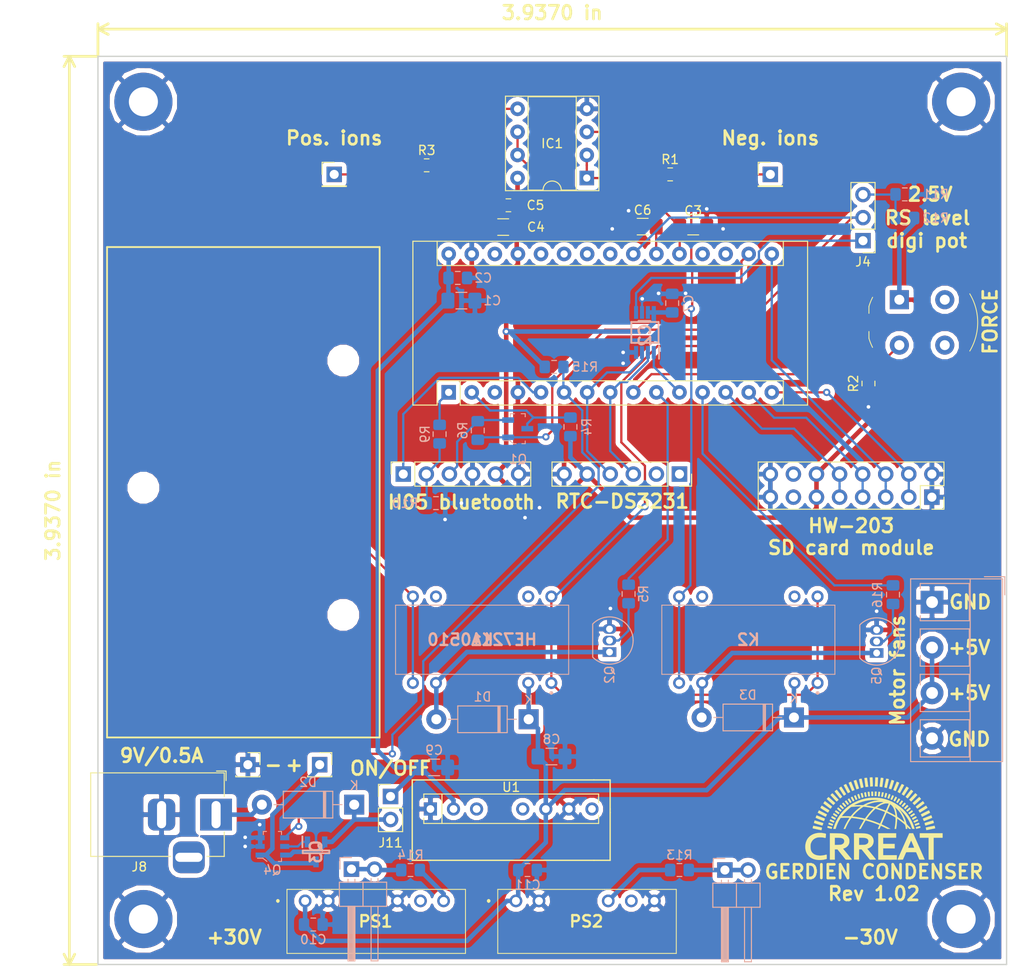
<source format=kicad_pcb>
(kicad_pcb (version 20171130) (host pcbnew "(5.0.0)")
  (title_block (title "Gerdien tube") (date 2020-08-03) (rev v1.02) (comment 4 "Author: Marek Sommer"))
  (layers (0 F.Cu signal) (31 B.Cu signal) (34 B.Paste user) (35 F.Paste user) (36 B.SilkS user) (37 F.SilkS user) (38 B.Mask user) (39 F.Mask user) (44 Edge.Cuts user))
  (net 0 "")
  (net 1 "Net-(A1-Pad18)")
  (net 2 "Net-(A1-Pad3)")
  (net 3 "Net-(A1-Pad19)")
  (net 4 GND)
  (net 5 CHANNEL_A)
  (net 6 CHANNEL_B)
  (net 7 SDA)
  (net 8 "Net-(A1-Pad23)")
  (net 9 SCL)
  (net 10 "Net-(A1-Pad24)")
  (net 11 "Net-(A1-Pad25)")
  (net 12 "Net-(A1-Pad26)")
  (net 13 "Net-(A1-Pad28)")
  (net 14 CS)
  (net 15 MOSI)
  (net 16 MISO)
  (net 17 SCK)
  (net 18 +5V)
  (net 19 "Net-(PS2-Pad6)")
  (net 20 "Net-(Q3-Pad1)")
  (net 21 -30V)
  (net 22 +30V)
  (net 23 H05_RX)
  (net 24 H05_TX)
  (net 25 H05_STATUS)
  (net 26 PWR_STATUS)
  (net 27 CHARGE_LEVEL)
  (net 28 BUTTON)
  (net 29 WP)
  (net 30 +VDC)
  (net 31 +5VP)
  (net 32 "Net-(D1-Pad2)")
  (net 33 "Net-(D2-Pad2)")
  (net 34 DIG_POT)
  (net 35 "Net-(J1-Pad13)")
  (net 36 "Net-(J1-Pad14)")
  (net 37 "Net-(J2-Pad1)")
  (net 38 "Net-(J3-Pad2)")
  (net 39 "Net-(J3-Pad3)")
  (net 40 "Net-(J4-Pad3)")
  (net 41 +BATT)
  (net 42 "Net-(K1-Pad9)")
  (net 43 "Net-(K1-Pad13)")
  (net 44 "Net-(PS1-Pad6)")
  (net 45 "Net-(PS1-Pad7)")
  (net 46 "Net-(PS2-Pad5)")
  (net 47 "Net-(Q2-Pad2)")
  (net 48 "Net-(R1-Pad2)")
  (net 49 "Net-(R3-Pad1)")
  (net 50 "Net-(U1-Pad3)")
  (net 51 "Net-(U1-Pad5)")
  (net 52 "Net-(U1-Pad8)")
  (net 53 "Net-(D2-Pad1)")
  (net 54 "Net-(D3-Pad2)")
  (net 55 "Net-(K2-Pad9)")
  (net 56 "Net-(K2-Pad13)")
  (net 57 "Net-(Q5-Pad2)")
  (net 58 RESET_1)
  (net 59 RESET_2)
  (net 60 "Net-(J2-Pad2)")
  (net 61 CHARGE_1)
  (net 62 CHARGE_2)
  (net 63 +3V3)
  (module digikey-footprints:PushButton_Round_D12mm_THT_KS-01Q-01 (layer F.Cu) (at 138.2 76.8 270)
    (fp_text reference S1 hide)
    (fp_text value GPTS203211B)
    (pad 1 thru_hole rect (at 0 0 270) (size 2.1 2.1) (drill 1.1) (layers *.Cu *.Mask) (net 18 +5V))
    (pad 4 thru_hole circle (at 5 -5 270) (size 2.1 2.1) (drill 1.1) (layers *.Cu *.Mask))
    (pad 3 thru_hole circle (at 0 -5 270) (size 2.1 2.1) (drill 1.1) (layers *.Cu *.Mask))
    (pad 2 thru_hole circle (at 5 0 270) (size 2.1 2.1) (drill 1.1) (layers *.Cu *.Mask) (net 28 BUTTON))
  )
  (module MountingHole:MountingHole_3.2mm_M3_Pad (layer F.Cu) (at 55 55)
    (fp_text reference MH1 hide)
    (fp_text value MountingHole_Pad)
    (pad 1 thru_hole circle (at 0 0) (size 6.4 6.4) (drill 3.2) (layers *.Cu *.Mask) (net 4 GND))
  )
  (module MountingHole:MountingHole_3.2mm_M3_Pad (layer F.Cu) (at 145 55)
    (fp_text reference MH2 hide)
    (fp_text value MountingHole_Pad)
    (pad 1 thru_hole circle (at 0 0) (size 6.4 6.4) (drill 3.2) (layers *.Cu *.Mask) (net 4 GND))
  )
  (module MountingHole:MountingHole_3.2mm_M3_Pad (layer F.Cu) (at 55 145)
    (fp_text reference MH3 hide)
    (fp_text value MountingHole_Pad)
    (pad 1 thru_hole circle (at 0 0) (size 6.4 6.4) (drill 3.2) (layers *.Cu *.Mask) (net 4 GND))
  )
  (module MountingHole:MountingHole_3.2mm_M3_Pad (layer F.Cu) (at 145 145)
    (fp_text reference MH4 hide)
    (fp_text value MountingHole_Pad)
    (pad 1 thru_hole circle (at 0 0) (size 6.4 6.4) (drill 3.2) (layers *.Cu *.Mask) (net 4 GND))
  )
  (module Module:Arduino_Nano (layer F.Cu) (at 88.6 87 90)
    (fp_text reference A1 hide)
    (fp_text value Arduino_Nano_v3.x)
    (pad 1 thru_hole rect (at 0 0 90) (size 1.6 1.6) (drill 0.8) (layers *.Cu *.Mask) (net 23 H05_RX))
    (pad 17 thru_hole oval (at 15.24 33.02 90) (size 1.6 1.6) (drill 0.8) (layers *.Cu *.Mask) (net 63 +3V3))
    (pad 2 thru_hole oval (at 0 2.54 90) (size 1.6 1.6) (drill 0.8) (layers *.Cu *.Mask) (net 24 H05_TX))
    (pad 18 thru_hole oval (at 15.24 30.48 90) (size 1.6 1.6) (drill 0.8) (layers *.Cu *.Mask) (net 1 "Net-(A1-Pad18)"))
    (pad 3 thru_hole oval (at 0 5.08 90) (size 1.6 1.6) (drill 0.8) (layers *.Cu *.Mask) (net 2 "Net-(A1-Pad3)"))
    (pad 19 thru_hole oval (at 15.24 27.94 90) (size 1.6 1.6) (drill 0.8) (layers *.Cu *.Mask) (net 3 "Net-(A1-Pad19)"))
    (pad 4 thru_hole oval (at 0 7.62 90) (size 1.6 1.6) (drill 0.8) (layers *.Cu *.Mask) (net 4 GND))
    (pad 20 thru_hole oval (at 15.24 25.4 90) (size 1.6 1.6) (drill 0.8) (layers *.Cu *.Mask) (net 5 CHANNEL_A))
    (pad 5 thru_hole oval (at 0 10.16 90) (size 1.6 1.6) (drill 0.8) (layers *.Cu *.Mask) (net 25 H05_STATUS))
    (pad 21 thru_hole oval (at 15.24 22.86 90) (size 1.6 1.6) (drill 0.8) (layers *.Cu *.Mask) (net 6 CHANNEL_B))
    (pad 6 thru_hole oval (at 0 12.7 90) (size 1.6 1.6) (drill 0.8) (layers *.Cu *.Mask) (net 26 PWR_STATUS))
    (pad 22 thru_hole oval (at 15.24 20.32 90) (size 1.6 1.6) (drill 0.8) (layers *.Cu *.Mask) (net 27 CHARGE_LEVEL))
    (pad 7 thru_hole oval (at 0 15.24 90) (size 1.6 1.6) (drill 0.8) (layers *.Cu *.Mask) (net 7 SDA))
    (pad 23 thru_hole oval (at 15.24 17.78 90) (size 1.6 1.6) (drill 0.8) (layers *.Cu *.Mask) (net 8 "Net-(A1-Pad23)"))
    (pad 8 thru_hole oval (at 0 17.78 90) (size 1.6 1.6) (drill 0.8) (layers *.Cu *.Mask) (net 9 SCL))
    (pad 24 thru_hole oval (at 15.24 15.24 90) (size 1.6 1.6) (drill 0.8) (layers *.Cu *.Mask) (net 10 "Net-(A1-Pad24)"))
    (pad 9 thru_hole oval (at 0 20.32 90) (size 1.6 1.6) (drill 0.8) (layers *.Cu *.Mask) (net 28 BUTTON))
    (pad 25 thru_hole oval (at 15.24 12.7 90) (size 1.6 1.6) (drill 0.8) (layers *.Cu *.Mask) (net 11 "Net-(A1-Pad25)"))
    (pad 10 thru_hole oval (at 0 22.86 90) (size 1.6 1.6) (drill 0.8) (layers *.Cu *.Mask) (net 58 RESET_1))
    (pad 26 thru_hole oval (at 15.24 10.16 90) (size 1.6 1.6) (drill 0.8) (layers *.Cu *.Mask) (net 12 "Net-(A1-Pad26)"))
    (pad 11 thru_hole oval (at 0 25.4 90) (size 1.6 1.6) (drill 0.8) (layers *.Cu *.Mask) (net 29 WP))
    (pad 27 thru_hole oval (at 15.24 7.62 90) (size 1.6 1.6) (drill 0.8) (layers *.Cu *.Mask) (net 18 +5V))
    (pad 12 thru_hole oval (at 0 27.94 90) (size 1.6 1.6) (drill 0.8) (layers *.Cu *.Mask) (net 59 RESET_2))
    (pad 28 thru_hole oval (at 15.24 5.08 90) (size 1.6 1.6) (drill 0.8) (layers *.Cu *.Mask) (net 13 "Net-(A1-Pad28)"))
    (pad 13 thru_hole oval (at 0 30.48 90) (size 1.6 1.6) (drill 0.8) (layers *.Cu *.Mask) (net 14 CS))
    (pad 29 thru_hole oval (at 15.24 2.54 90) (size 1.6 1.6) (drill 0.8) (layers *.Cu *.Mask) (net 4 GND))
    (pad 14 thru_hole oval (at 0 33.02 90) (size 1.6 1.6) (drill 0.8) (layers *.Cu *.Mask) (net 15 MOSI))
    (pad 30 thru_hole oval (at 15.24 0 90) (size 1.6 1.6) (drill 0.8) (layers *.Cu *.Mask) (net 30 +VDC))
    (pad 15 thru_hole oval (at 0 35.56 90) (size 1.6 1.6) (drill 0.8) (layers *.Cu *.Mask) (net 16 MISO))
    (pad 16 thru_hole oval (at 15.24 35.56 90) (size 1.6 1.6) (drill 0.8) (layers *.Cu *.Mask) (net 17 SCK))
  )
  (module Capacitor_SMD:C_1206_3216Metric_Pad1.42x1.75mm_HandSolder (layer B.Cu) (at 90 76.9)
    (fp_text reference C1 (at 3.4 0) (layer B.SilkS) (effects (justify mirror)))
    (fp_text value 10uF)
    (pad 2 smd roundrect (at 1.4875 0) (size 1.425 1.75) (layers B.Cu B.Paste B.Mask) (roundrect_rratio 0.175439) (net 4 GND))
    (pad 1 smd roundrect (at -1.4875 0) (size 1.425 1.75) (layers B.Cu B.Paste B.Mask) (roundrect_rratio 0.175439) (net 30 +VDC))
  )
  (module Capacitor_SMD:C_0805_2012Metric_Pad1.15x1.40mm_HandSolder (layer B.Cu) (at 89.6 74.4)
    (fp_text reference C2 (at 2.8 0) (layer B.SilkS) (effects (justify mirror)))
    (fp_text value 1uF)
    (pad 2 smd roundrect (at 1.025 0) (size 1.15 1.4) (layers B.Cu B.Paste B.Mask) (roundrect_rratio 0.217391) (net 4 GND))
    (pad 1 smd roundrect (at -1.025 0) (size 1.15 1.4) (layers B.Cu B.Paste B.Mask) (roundrect_rratio 0.217391) (net 30 +VDC))
  )
  (module Capacitor_SMD:C_1206_3216Metric_Pad1.42x1.75mm_HandSolder (layer F.Cu) (at 115.5125 68.75 180)
    (fp_text reference C3 (at 0 1.75 180) (layer F.SilkS))
    (fp_text value 10uF)
    (pad 1 smd roundrect (at -1.4875 0 180) (size 1.425 1.75) (layers F.Cu F.Paste F.Mask) (roundrect_rratio 0.175439) (net 4 GND))
    (pad 2 smd roundrect (at 1.4875 0 180) (size 1.425 1.75) (layers F.Cu F.Paste F.Mask) (roundrect_rratio 0.175439) (net 5 CHANNEL_A))
  )
  (module Capacitor_SMD:C_1206_3216Metric_Pad1.42x1.75mm_HandSolder (layer F.Cu) (at 94.6 68.8 180)
    (fp_text reference C4 (at -3.6 0 180) (layer F.SilkS))
    (fp_text value 10uF)
    (pad 1 smd roundrect (at -1.4875 0 180) (size 1.425 1.75) (layers F.Cu F.Paste F.Mask) (roundrect_rratio 0.175439) (net 18 +5V))
    (pad 2 smd roundrect (at 1.4875 0 180) (size 1.425 1.75) (layers F.Cu F.Paste F.Mask) (roundrect_rratio 0.175439) (net 4 GND))
  )
  (module Capacitor_SMD:C_0805_2012Metric_Pad1.15x1.40mm_HandSolder (layer F.Cu) (at 95.175 66.4 180)
    (fp_text reference C5 (at -2.975 0 180) (layer F.SilkS))
    (fp_text value 0.1uF)
    (pad 1 smd roundrect (at -1.025 0 180) (size 1.15 1.4) (layers F.Cu F.Paste F.Mask) (roundrect_rratio 0.217391) (net 18 +5V))
    (pad 2 smd roundrect (at 1.025 0 180) (size 1.15 1.4) (layers F.Cu F.Paste F.Mask) (roundrect_rratio 0.217391) (net 4 GND))
  )
  (module Capacitor_SMD:C_1206_3216Metric_Pad1.42x1.75mm_HandSolder (layer F.Cu) (at 109.95 68.75)
    (fp_text reference C6 (at 0 -1.82) (layer F.SilkS))
    (fp_text value 10uF)
    (pad 2 smd roundrect (at 1.4875 0) (size 1.425 1.75) (layers F.Cu F.Paste F.Mask) (roundrect_rratio 0.175439) (net 6 CHANNEL_B))
    (pad 1 smd roundrect (at -1.4875 0) (size 1.425 1.75) (layers F.Cu F.Paste F.Mask) (roundrect_rratio 0.175439) (net 4 GND))
  )
  (module Capacitor_SMD:C_0805_2012Metric_Pad1.15x1.40mm_HandSolder (layer B.Cu) (at 113.2 77.175 270)
    (fp_text reference C7 (at 0.025 -1.8 270) (layer B.SilkS) (effects (justify mirror)))
    (fp_text value 1uF)
    (pad 1 smd roundrect (at -1.025 0 270) (size 1.15 1.4) (layers B.Cu B.Paste B.Mask) (roundrect_rratio 0.217391) (net 4 GND))
    (pad 2 smd roundrect (at 1.025 0 270) (size 1.15 1.4) (layers B.Cu B.Paste B.Mask) (roundrect_rratio 0.217391) (net 18 +5V))
  )
  (module Capacitor_SMD:C_1206_3216Metric_Pad1.42x1.75mm_HandSolder (layer B.Cu) (at 99.9125 127.1)
    (fp_text reference C8 (at 0 -1.9) (layer B.SilkS) (effects (justify mirror)))
    (fp_text value 10uF)
    (pad 1 smd roundrect (at -1.4875 0) (size 1.425 1.75) (layers B.Cu B.Paste B.Mask) (roundrect_rratio 0.175439) (net 31 +5VP))
    (pad 2 smd roundrect (at 1.4875 0) (size 1.425 1.75) (layers B.Cu B.Paste B.Mask) (roundrect_rratio 0.175439) (net 4 GND))
  )
  (module Capacitor_SMD:C_1206_3216Metric_Pad1.42x1.75mm_HandSolder (layer B.Cu) (at 87 128.3)
    (fp_text reference C9 (at 0 -1.9) (layer B.SilkS) (effects (justify mirror)))
    (fp_text value 22uF)
    (pad 2 smd roundrect (at 1.4875 0) (size 1.425 1.75) (layers B.Cu B.Paste B.Mask) (roundrect_rratio 0.175439) (net 4 GND))
    (pad 1 smd roundrect (at -1.4875 0) (size 1.425 1.75) (layers B.Cu B.Paste B.Mask) (roundrect_rratio 0.175439) (net 30 +VDC))
  )
  (module Capacitor_SMD:C_0805_2012Metric_Pad1.15x1.40mm_HandSolder (layer B.Cu) (at 73.7 145.6)
    (fp_text reference C10 (at 0 1.65) (layer B.SilkS) (effects (justify mirror)))
    (fp_text value 1uF)
    (pad 1 smd roundrect (at -1.025 0) (size 1.15 1.4) (layers B.Cu B.Paste B.Mask) (roundrect_rratio 0.217391) (net 31 +5VP))
    (pad 2 smd roundrect (at 1.025 0) (size 1.15 1.4) (layers B.Cu B.Paste B.Mask) (roundrect_rratio 0.217391) (net 4 GND))
  )
  (module Capacitor_SMD:C_0805_2012Metric_Pad1.15x1.40mm_HandSolder (layer B.Cu) (at 97.275 139.6)
    (fp_text reference C11 (at 0 1.65) (layer B.SilkS) (effects (justify mirror)))
    (fp_text value 1uF)
    (pad 2 smd roundrect (at 1.025 0) (size 1.15 1.4) (layers B.Cu B.Paste B.Mask) (roundrect_rratio 0.217391) (net 4 GND))
    (pad 1 smd roundrect (at -1.025 0) (size 1.15 1.4) (layers B.Cu B.Paste B.Mask) (roundrect_rratio 0.217391) (net 31 +5VP))
  )
  (module Diode_THT:D_DO-41_SOD81_P10.16mm_Horizontal (layer B.Cu) (at 97.4 123 180)
    (fp_text reference D1 (at 5.08 2.47 180) (layer B.SilkS) (effects (justify mirror)))
    (fp_text value 1N4007)
    (fp_text user K (at 0 2.1 180) (layer B.SilkS) (effects (justify mirror)))
    (pad 2 thru_hole oval (at 10.16 0 180) (size 2.2 2.2) (drill 1.1) (layers *.Cu *.Mask) (net 32 "Net-(D1-Pad2)"))
    (pad 1 thru_hole rect (at 0 0 180) (size 2.2 2.2) (drill 1.1) (layers *.Cu *.Mask) (net 31 +5VP))
  )
  (module Diode_THT:D_DO-41_SOD81_P10.16mm_Horizontal (layer B.Cu) (at 78.2 132.4 180)
    (fp_text reference D2 (at 5.08 2.47 180) (layer B.SilkS) (effects (justify mirror)))
    (fp_text value 1N5819)
    (fp_text user K (at 0 2.1 180) (layer B.SilkS) (effects (justify mirror)))
    (pad 1 thru_hole rect (at 0 0 180) (size 2.2 2.2) (drill 1.1) (layers *.Cu *.Mask) (net 53 "Net-(D2-Pad1)"))
    (pad 2 thru_hole oval (at 10.16 0 180) (size 2.2 2.2) (drill 1.1) (layers *.Cu *.Mask) (net 33 "Net-(D2-Pad2)"))
  )
  (module SamacSys_Parts:SOP65P490X110-8N (layer B.Cu) (at 110.2 80.4 90)
    (fp_text reference IC2 (at 0 0 90) (layer B.SilkS) (effects (font (size 1.27 1.27) (thickness 0.254)) (justify mirror)))
    (fp_text value CAT5140ZI-00-GT3 hide)
    (pad 1 smd rect (at -2.2 0.975) (size 0.45 1.4) (layers B.Cu B.Paste B.Mask) (net 29 WP))
    (pad 2 smd rect (at -2.2 0.325) (size 0.45 1.4) (layers B.Cu B.Paste B.Mask) (net 9 SCL))
    (pad 3 smd rect (at -2.2 -0.325) (size 0.45 1.4) (layers B.Cu B.Paste B.Mask) (net 7 SDA))
    (pad 4 smd rect (at -2.2 -0.975) (size 0.45 1.4) (layers B.Cu B.Paste B.Mask) (net 4 GND))
    (pad 5 smd rect (at 2.2 -0.975) (size 0.45 1.4) (layers B.Cu B.Paste B.Mask) (net 34 DIG_POT))
    (pad 6 smd rect (at 2.2 -0.325) (size 0.45 1.4) (layers B.Cu B.Paste B.Mask) (net 4 GND))
    (pad 7 smd rect (at 2.2 0.325) (size 0.45 1.4) (layers B.Cu B.Paste B.Mask) (net 18 +5V))
    (pad 8 smd rect (at 2.2 0.975) (size 0.45 1.4) (layers B.Cu B.Paste B.Mask) (net 18 +5V))
  )
  (module Connector_PinSocket_2.54mm:PinSocket_2x08_P2.54mm_Vertical (layer F.Cu) (at 141.78 98.54 270)
    (fp_text reference J1 hide)
    (fp_text value Conn_02x08_Odd_Even)
    (pad 1 thru_hole rect (at 0 0 270) (size 1.7 1.7) (drill 1) (layers *.Cu *.Mask) (net 4 GND))
    (pad 2 thru_hole oval (at -2.54 0 270) (size 1.7 1.7) (drill 1) (layers *.Cu *.Mask) (net 4 GND))
    (pad 3 thru_hole oval (at 0 2.54 270) (size 1.7 1.7) (drill 1) (layers *.Cu *.Mask) (net 16 MISO))
    (pad 4 thru_hole oval (at -2.54 2.54 270) (size 1.7 1.7) (drill 1) (layers *.Cu *.Mask) (net 16 MISO))
    (pad 5 thru_hole oval (at 0 5.08 270) (size 1.7 1.7) (drill 1) (layers *.Cu *.Mask) (net 17 SCK))
    (pad 6 thru_hole oval (at -2.54 5.08 270) (size 1.7 1.7) (drill 1) (layers *.Cu *.Mask) (net 17 SCK))
    (pad 7 thru_hole oval (at 0 7.62 270) (size 1.7 1.7) (drill 1) (layers *.Cu *.Mask) (net 15 MOSI))
    (pad 8 thru_hole oval (at -2.54 7.62 270) (size 1.7 1.7) (drill 1) (layers *.Cu *.Mask) (net 15 MOSI))
    (pad 9 thru_hole oval (at 0 10.16 270) (size 1.7 1.7) (drill 1) (layers *.Cu *.Mask) (net 14 CS))
    (pad 10 thru_hole oval (at -2.54 10.16 270) (size 1.7 1.7) (drill 1) (layers *.Cu *.Mask) (net 14 CS))
    (pad 11 thru_hole oval (at 0 12.7 270) (size 1.7 1.7) (drill 1) (layers *.Cu *.Mask) (net 18 +5V))
    (pad 12 thru_hole oval (at -2.54 12.7 270) (size 1.7 1.7) (drill 1) (layers *.Cu *.Mask) (net 18 +5V))
    (pad 13 thru_hole oval (at 0 15.24 270) (size 1.7 1.7) (drill 1) (layers *.Cu *.Mask) (net 35 "Net-(J1-Pad13)"))
    (pad 14 thru_hole oval (at -2.54 15.24 270) (size 1.7 1.7) (drill 1) (layers *.Cu *.Mask) (net 36 "Net-(J1-Pad14)"))
    (pad 15 thru_hole oval (at 0 17.78 270) (size 1.7 1.7) (drill 1) (layers *.Cu *.Mask) (net 4 GND))
    (pad 16 thru_hole oval (at -2.54 17.78 270) (size 1.7 1.7) (drill 1) (layers *.Cu *.Mask) (net 4 GND))
  )
  (module Connector_PinSocket_2.54mm:PinSocket_1x06_P2.54mm_Vertical (layer F.Cu) (at 114 96 270)
    (fp_text reference J2 hide)
    (fp_text value Conn_01x06_Female)
    (pad 6 thru_hole oval (at 0 12.7 270) (size 1.7 1.7) (drill 1) (layers *.Cu *.Mask) (net 4 GND))
    (pad 5 thru_hole oval (at 0 10.16 270) (size 1.7 1.7) (drill 1) (layers *.Cu *.Mask) (net 18 +5V))
    (pad 4 thru_hole oval (at 0 7.62 270) (size 1.7 1.7) (drill 1) (layers *.Cu *.Mask) (net 7 SDA))
    (pad 3 thru_hole oval (at 0 5.08 270) (size 1.7 1.7) (drill 1) (layers *.Cu *.Mask) (net 9 SCL))
    (pad 2 thru_hole oval (at 0 2.54 270) (size 1.7 1.7) (drill 1) (layers *.Cu *.Mask) (net 60 "Net-(J2-Pad2)"))
    (pad 1 thru_hole rect (at 0 0 270) (size 1.7 1.7) (drill 1) (layers *.Cu *.Mask) (net 37 "Net-(J2-Pad1)"))
  )
  (module Connector_PinSocket_2.54mm:PinSocket_1x06_P2.54mm_Vertical (layer F.Cu) (at 83.6 96 90)
    (fp_text reference J3 hide)
    (fp_text value Conn_01x06_Female)
    (pad 1 thru_hole rect (at 0 0 90) (size 1.7 1.7) (drill 1) (layers *.Cu *.Mask) (net 25 H05_STATUS))
    (pad 2 thru_hole oval (at 0 2.54 90) (size 1.7 1.7) (drill 1) (layers *.Cu *.Mask) (net 38 "Net-(J3-Pad2)"))
    (pad 3 thru_hole oval (at 0 5.08 90) (size 1.7 1.7) (drill 1) (layers *.Cu *.Mask) (net 39 "Net-(J3-Pad3)"))
    (pad 4 thru_hole oval (at 0 7.62 90) (size 1.7 1.7) (drill 1) (layers *.Cu *.Mask) (net 4 GND))
    (pad 5 thru_hole oval (at 0 10.16 90) (size 1.7 1.7) (drill 1) (layers *.Cu *.Mask) (net 18 +5V))
    (pad 6 thru_hole oval (at 0 12.7 90) (size 1.7 1.7) (drill 1) (layers *.Cu *.Mask) (net 4 GND))
  )
  (module Connector_PinHeader_2.54mm:PinHeader_1x03_P2.54mm_Vertical (layer F.Cu) (at 134.2 70.3 180)
    (fp_text reference J4 (at 0 -2.33 180) (layer F.SilkS))
    (fp_text value Conn_01x03_Male)
    (pad 1 thru_hole rect (at 0 0 180) (size 1.7 1.7) (drill 1) (layers *.Cu *.Mask) (net 34 DIG_POT))
    (pad 2 thru_hole oval (at 0 2.54 180) (size 1.7 1.7) (drill 1) (layers *.Cu *.Mask) (net 27 CHARGE_LEVEL))
    (pad 3 thru_hole oval (at 0 5.08 180) (size 1.7 1.7) (drill 1) (layers *.Cu *.Mask) (net 40 "Net-(J4-Pad3)"))
  )
  (module Connector_PinSocket_2.54mm:PinSocket_1x01_P2.54mm_Vertical (layer F.Cu) (at 74.4 128)
    (fp_text reference J6 hide)
    (fp_text value Conn_01x01_Female)
    (pad 1 thru_hole rect (at 0 0) (size 1.7 1.7) (drill 1) (layers *.Cu *.Mask) (net 41 +BATT))
  )
  (module Connector_PinSocket_2.54mm:PinSocket_1x01_P2.54mm_Vertical (layer F.Cu) (at 66.5 128)
    (fp_text reference J7 hide)
    (fp_text value Conn_01x01_Female)
    (pad 1 thru_hole rect (at 0 0) (size 1.7 1.7) (drill 1) (layers *.Cu *.Mask) (net 4 GND))
  )
  (module Connector_BarrelJack:BarrelJack_Horizontal (layer F.Cu) (at 63 133.5)
    (fp_text reference J8 (at -8.45 5.75) (layer F.SilkS))
    (fp_text value Barrel_Jack)
    (pad 1 thru_hole rect (at 0 0) (size 3.5 3.5) (drill oval 1 3) (layers *.Cu *.Mask) (net 33 "Net-(D2-Pad2)"))
    (pad 2 thru_hole roundrect (at -6 0) (size 3 3.5) (drill oval 1 3) (layers *.Cu *.Mask) (net 4 GND))
    (pad 3 thru_hole roundrect (at -3 4.7) (size 3.5 3.5) (drill oval 3 1) (layers *.Cu *.Mask))
  )
  (module Connector_PinHeader_2.54mm:PinHeader_1x02_P2.54mm_Horizontal (layer B.Cu) (at 77.9 139.5 270)
    (fp_text reference J9 hide)
    (fp_text value Conn_01x02_Male)
    (pad 1 thru_hole rect (at 0 0 270) (size 1.7 1.7) (drill 1) (layers *.Cu *.Mask) (net 22 +30V))
    (pad 2 thru_hole oval (at 0 -2.54 270) (size 1.7 1.7) (drill 1) (layers *.Cu *.Mask) (net 22 +30V))
  )
  (module Connector_PinHeader_2.54mm:PinHeader_1x02_P2.54mm_Horizontal (layer B.Cu) (at 119 139.6 270)
    (fp_text reference J10 hide)
    (fp_text value Conn_01x02_Male)
    (pad 2 thru_hole oval (at 0 -2.54 270) (size 1.7 1.7) (drill 1) (layers *.Cu *.Mask) (net 21 -30V))
    (pad 1 thru_hole rect (at 0 0 270) (size 1.7 1.7) (drill 1) (layers *.Cu *.Mask) (net 21 -30V))
  )
  (module SamacSys_Parts:HE721A0510 (layer B.Cu) (at 99.9 119 180)
    (fp_text reference K1 (at 7.62 4.76 180) (layer B.SilkS) (effects (font (size 1.27 1.27) (thickness 0.254)) (justify mirror)))
    (fp_text value HE721A0510 (at 7.62 4.76 180) (layer B.SilkS) (effects (font (size 1.27 1.27) (thickness 0.254)) (justify mirror)))
    (pad 1 thru_hole circle (at 0 0 180) (size 1.32 1.32) (drill 0.77) (layers *.Cu *.Mask) (net 27 CHARGE_LEVEL))
    (pad 2 thru_hole circle (at 2.54 0 180) (size 1.32 1.32) (drill 0.77) (layers *.Cu *.Mask) (net 31 +5VP))
    (pad 6 thru_hole circle (at 12.7 0 180) (size 1.32 1.32) (drill 0.77) (layers *.Cu *.Mask) (net 32 "Net-(D1-Pad2)"))
    (pad 7 thru_hole circle (at 15.24 0 180) (size 1.32 1.32) (drill 0.77) (layers *.Cu *.Mask) (net 61 CHARGE_1))
    (pad 8 thru_hole circle (at 15.24 9.52 180) (size 1.32 1.32) (drill 0.77) (layers *.Cu *.Mask) (net 61 CHARGE_1))
    (pad 9 thru_hole circle (at 12.7 9.52 180) (size 1.32 1.32) (drill 0.77) (layers *.Cu *.Mask) (net 42 "Net-(K1-Pad9)"))
    (pad 13 thru_hole circle (at 2.54 9.52 180) (size 1.32 1.32) (drill 0.77) (layers *.Cu *.Mask) (net 43 "Net-(K1-Pad13)"))
    (pad 14 thru_hole circle (at 0 9.52 180) (size 1.32 1.32) (drill 0.77) (layers *.Cu *.Mask) (net 27 CHARGE_LEVEL))
  )
  (module MountingHole:MountingHole_2.5mm (layer F.Cu) (at 77 111.5)
    (fp_text reference MH5 hide)
    (fp_text value MountingHole)
    (pad 1 np_thru_hole circle (at 0 0) (size 2.5 2.5) (drill 2.5) (layers *.Cu *.Mask))
  )
  (module MountingHole:MountingHole_2.5mm (layer F.Cu) (at 55 97.5)
    (fp_text reference MH6 hide)
    (fp_text value MountingHole)
    (pad 1 np_thru_hole circle (at 0 0) (size 2.5 2.5) (drill 2.5) (layers *.Cu *.Mask))
  )
  (module MountingHole:MountingHole_2.5mm (layer F.Cu) (at 77 83.5)
    (fp_text reference MH7 hide)
    (fp_text value MountingHole)
    (pad 1 np_thru_hole circle (at 0 0) (size 2.5 2.5) (drill 2.5) (layers *.Cu *.Mask))
  )
  (module SamacSys_Parts:RP1212D (layer F.Cu) (at 72.8 143)
    (fp_text reference PS1 (at 7.75 2.255) (layer F.SilkS) (effects (font (size 1.27 1.27) (thickness 0.254))))
    (fp_text value RH-1215D hide)
    (pad 1 thru_hole circle (at 0 0) (size 1.4 1.4) (drill 0.87) (layers *.Cu *.Mask) (net 31 +5VP))
    (pad 2 thru_hole circle (at 2.54 0) (size 1.4 1.4) (drill 0.87) (layers *.Cu *.Mask) (net 4 GND))
    (pad 5 thru_hole circle (at 10.16 0) (size 1.4 1.4) (drill 0.87) (layers *.Cu *.Mask) (net 4 GND))
    (pad 6 thru_hole circle (at 12.7 0) (size 1.4 1.4) (drill 0.87) (layers *.Cu *.Mask) (net 44 "Net-(PS1-Pad6)"))
    (pad 7 thru_hole circle (at 15.24 0) (size 1.4 1.4) (drill 0.87) (layers *.Cu *.Mask) (net 45 "Net-(PS1-Pad7)"))
  )
  (module SamacSys_Parts:RP1212D (layer F.Cu) (at 96 143)
    (fp_text reference PS2 (at 7.75 2.255) (layer F.SilkS) (effects (font (size 1.27 1.27) (thickness 0.254))))
    (fp_text value RH-1215D hide)
    (pad 7 thru_hole circle (at 15.24 0) (size 1.4 1.4) (drill 0.87) (layers *.Cu *.Mask) (net 4 GND))
    (pad 6 thru_hole circle (at 12.7 0) (size 1.4 1.4) (drill 0.87) (layers *.Cu *.Mask) (net 19 "Net-(PS2-Pad6)"))
    (pad 5 thru_hole circle (at 10.16 0) (size 1.4 1.4) (drill 0.87) (layers *.Cu *.Mask) (net 46 "Net-(PS2-Pad5)"))
    (pad 2 thru_hole circle (at 2.54 0) (size 1.4 1.4) (drill 0.87) (layers *.Cu *.Mask) (net 4 GND))
    (pad 1 thru_hole circle (at 0 0) (size 1.4 1.4) (drill 0.87) (layers *.Cu *.Mask) (net 31 +5VP))
  )
  (module digikey-footprints:SOT-23-3 (layer B.Cu) (at 96.2 91)
    (fp_text reference Q1 (at 0.025 3.375) (layer B.SilkS) (effects (justify mirror)))
    (fp_text value BSS138)
    (pad 3 smd rect (at 1.05 0) (size 1.3 0.6) (layers B.Cu B.Paste B.Mask) (net 24 H05_TX))
    (pad 2 smd rect (at -1.05 -0.95) (size 1.3 0.6) (layers B.Cu B.Paste B.Mask) (net 39 "Net-(J3-Pad3)"))
    (pad 1 smd rect (at -1.05 0.95) (size 1.3 0.6) (layers B.Cu B.Paste B.Mask) (net 63 +3V3))
  )
  (module Package_TO_SOT_THT:TO-92_Inline (layer B.Cu) (at 106.3 115.6 90)
    (fp_text reference Q2 (at -2.5 0 90) (layer B.SilkS) (effects (justify mirror)))
    (fp_text value BC547)
    (pad 2 thru_hole oval (at 1.27 0 90) (size 1.05 1.5) (drill 0.75) (layers *.Cu *.Mask) (net 47 "Net-(Q2-Pad2)"))
    (pad 3 thru_hole oval (at 2.54 0 90) (size 1.05 1.5) (drill 0.75) (layers *.Cu *.Mask) (net 4 GND))
    (pad 1 thru_hole rect (at 0 0 90) (size 1.05 1.5) (drill 0.75) (layers *.Cu *.Mask) (net 32 "Net-(D1-Pad2)"))
  )
  (module SamacSys_Parts:SOT95P237X112-3N (layer B.Cu) (at 74 137.6 270)
    (fp_text reference Q3 (at 0 0 270) (layer B.SilkS) (effects (font (size 1.27 1.27) (thickness 0.254)) (justify mirror)))
    (fp_text value FDN306P hide)
    (pad 1 smd rect (at -1.1 0.95 180) (size 0.6 1.2) (layers B.Cu B.Paste B.Mask) (net 20 "Net-(Q3-Pad1)"))
    (pad 2 smd rect (at -1.1 -0.95 180) (size 0.6 1.2) (layers B.Cu B.Paste B.Mask) (net 53 "Net-(D2-Pad1)"))
    (pad 3 smd rect (at 1.1 0 180) (size 0.6 1.2) (layers B.Cu B.Paste B.Mask) (net 41 +BATT))
  )
  (module digikey-footprints:SOT-23-6 (layer B.Cu) (at 69.2 137 90)
    (fp_text reference Q4 (at -2.6 0 180) (layer B.SilkS) (effects (justify mirror)))
    (fp_text value LTC4412ES6_TRMPBF)
    (pad 3 smd rect (at 0.95 -1.35 90) (size 0.55 1) (layers B.Cu B.Paste B.Mask) (net 4 GND))
    (pad 2 smd rect (at 0 -1.35 90) (size 0.55 1) (layers B.Cu B.Paste B.Mask) (net 4 GND))
    (pad 1 smd rect (at -0.95 -1.35 90) (size 0.55 1) (layers B.Cu B.Paste B.Mask) (net 41 +BATT))
    (pad 4 smd rect (at 0.95 1.35 90) (size 0.55 1) (layers B.Cu B.Paste B.Mask) (net 26 PWR_STATUS))
    (pad 5 smd rect (at 0 1.35 90) (size 0.55 1) (layers B.Cu B.Paste B.Mask) (net 20 "Net-(Q3-Pad1)"))
    (pad 6 smd rect (at -0.95 1.35 90) (size 0.55 1) (layers B.Cu B.Paste B.Mask) (net 53 "Net-(D2-Pad1)"))
  )
  (module Resistor_SMD:R_0805_2012Metric_Pad1.15x1.40mm_HandSolder (layer F.Cu) (at 112.975 63)
    (fp_text reference R1 (at 0 -1.65) (layer F.SilkS))
    (fp_text value 1M)
    (pad 1 smd roundrect (at -1.025 0) (size 1.15 1.4) (layers F.Cu F.Paste F.Mask) (roundrect_rratio 0.217391) (net 62 CHARGE_2))
    (pad 2 smd roundrect (at 1.025 0) (size 1.15 1.4) (layers F.Cu F.Paste F.Mask) (roundrect_rratio 0.217391) (net 48 "Net-(R1-Pad2)"))
  )
  (module Resistor_SMD:R_0805_2012Metric_Pad1.15x1.40mm_HandSolder (layer F.Cu) (at 134.8 86.025 90)
    (fp_text reference R2 (at 0 -1.65 90) (layer F.SilkS))
    (fp_text value 10k)
    (pad 1 smd roundrect (at -1.025 0 90) (size 1.15 1.4) (layers F.Cu F.Paste F.Mask) (roundrect_rratio 0.217391) (net 4 GND))
    (pad 2 smd roundrect (at 1.025 0 90) (size 1.15 1.4) (layers F.Cu F.Paste F.Mask) (roundrect_rratio 0.217391) (net 28 BUTTON))
  )
  (module Resistor_SMD:R_0805_2012Metric_Pad1.15x1.40mm_HandSolder (layer F.Cu) (at 86.175 62)
    (fp_text reference R3 (at 0 -1.65) (layer F.SilkS))
    (fp_text value 1M)
    (pad 2 smd roundrect (at 1.025 0) (size 1.15 1.4) (layers F.Cu F.Paste F.Mask) (roundrect_rratio 0.217391) (net 61 CHARGE_1))
    (pad 1 smd roundrect (at -1.025 0) (size 1.15 1.4) (layers F.Cu F.Paste F.Mask) (roundrect_rratio 0.217391) (net 49 "Net-(R3-Pad1)"))
  )
  (module Resistor_SMD:R_0805_2012Metric_Pad1.15x1.40mm_HandSolder (layer B.Cu) (at 102 90.8 270)
    (fp_text reference R4 (at 0 -1.8 270) (layer B.SilkS) (effects (justify mirror)))
    (fp_text value 10k)
    (pad 2 smd roundrect (at 1.025 0 270) (size 1.15 1.4) (layers B.Cu B.Paste B.Mask) (roundrect_rratio 0.217391) (net 18 +5V))
    (pad 1 smd roundrect (at -1.025 0 270) (size 1.15 1.4) (layers B.Cu B.Paste B.Mask) (roundrect_rratio 0.217391) (net 24 H05_TX))
  )
  (module Resistor_SMD:R_0805_2012Metric_Pad1.15x1.40mm_HandSolder (layer B.Cu) (at 108.4 109.2 90)
    (fp_text reference R5 (at 0 1.65 90) (layer B.SilkS) (effects (justify mirror)))
    (fp_text value 1k)
    (pad 2 smd roundrect (at 1.025 0 90) (size 1.15 1.4) (layers B.Cu B.Paste B.Mask) (roundrect_rratio 0.217391) (net 58 RESET_1))
    (pad 1 smd roundrect (at -1.025 0 90) (size 1.15 1.4) (layers B.Cu B.Paste B.Mask) (roundrect_rratio 0.217391) (net 47 "Net-(Q2-Pad2)"))
  )
  (module Resistor_SMD:R_0805_2012Metric_Pad1.15x1.40mm_HandSolder (layer B.Cu) (at 91.8 91.2 270)
    (fp_text reference R6 (at 0 1.65 270) (layer B.SilkS) (effects (justify mirror)))
    (fp_text value 10k)
    (pad 2 smd roundrect (at 1.025 0 270) (size 1.15 1.4) (layers B.Cu B.Paste B.Mask) (roundrect_rratio 0.217391) (net 63 +3V3))
    (pad 1 smd roundrect (at -1.025 0 270) (size 1.15 1.4) (layers B.Cu B.Paste B.Mask) (roundrect_rratio 0.217391) (net 39 "Net-(J3-Pad3)"))
  )
  (module Resistor_SMD:R_0805_2012Metric_Pad1.15x1.40mm_HandSolder (layer B.Cu) (at 87.6 91.6 90)
    (fp_text reference R9 (at 0 -1.6 90) (layer B.SilkS) (effects (justify mirror)))
    (fp_text value 1k)
    (pad 1 smd roundrect (at -1.025 0 90) (size 1.15 1.4) (layers B.Cu B.Paste B.Mask) (roundrect_rratio 0.217391) (net 38 "Net-(J3-Pad2)"))
    (pad 2 smd roundrect (at 1.025 0 90) (size 1.15 1.4) (layers B.Cu B.Paste B.Mask) (roundrect_rratio 0.217391) (net 23 H05_RX))
  )
  (module Resistor_SMD:R_0805_2012Metric_Pad1.15x1.40mm_HandSolder (layer B.Cu) (at 87.2 99.2 180)
    (fp_text reference R10 (at 3.4 0 180) (layer B.SilkS) (effects (justify mirror)))
    (fp_text value 2k)
    (pad 2 smd roundrect (at 1.025 0 180) (size 1.15 1.4) (layers B.Cu B.Paste B.Mask) (roundrect_rratio 0.217391) (net 38 "Net-(J3-Pad2)"))
    (pad 1 smd roundrect (at -1.025 0 180) (size 1.15 1.4) (layers B.Cu B.Paste B.Mask) (roundrect_rratio 0.217391) (net 4 GND))
  )
  (module Resistor_SMD:R_0805_2012Metric_Pad1.15x1.40mm_HandSolder (layer B.Cu) (at 138.8 65.2)
    (fp_text reference R11 (at 3.4 0) (layer B.SilkS) (effects (justify mirror)))
    (fp_text value 5k)
    (pad 1 smd roundrect (at -1.025 0) (size 1.15 1.4) (layers B.Cu B.Paste B.Mask) (roundrect_rratio 0.217391) (net 40 "Net-(J4-Pad3)"))
    (pad 2 smd roundrect (at 1.025 0) (size 1.15 1.4) (layers B.Cu B.Paste B.Mask) (roundrect_rratio 0.217391) (net 4 GND))
  )
  (module Resistor_SMD:R_0805_2012Metric_Pad1.15x1.40mm_HandSolder (layer B.Cu) (at 138.8 67.8 180)
    (fp_text reference R12 (at -3.4 0 180) (layer B.SilkS) (effects (justify mirror)))
    (fp_text value 5k)
    (pad 1 smd roundrect (at -1.025 0 180) (size 1.15 1.4) (layers B.Cu B.Paste B.Mask) (roundrect_rratio 0.217391) (net 18 +5V))
    (pad 2 smd roundrect (at 1.025 0 180) (size 1.15 1.4) (layers B.Cu B.Paste B.Mask) (roundrect_rratio 0.217391) (net 40 "Net-(J4-Pad3)"))
  )
  (module Resistor_SMD:R_0805_2012Metric_Pad1.15x1.40mm_HandSolder (layer B.Cu) (at 114 139.6 180)
    (fp_text reference R13 (at 0 1.65 180) (layer B.SilkS) (effects (justify mirror)))
    (fp_text value 10k)
    (pad 2 smd roundrect (at 1.025 0 180) (size 1.15 1.4) (layers B.Cu B.Paste B.Mask) (roundrect_rratio 0.217391) (net 46 "Net-(PS2-Pad5)"))
    (pad 1 smd roundrect (at -1.025 0 180) (size 1.15 1.4) (layers B.Cu B.Paste B.Mask) (roundrect_rratio 0.217391) (net 21 -30V))
  )
  (module Resistor_SMD:R_0805_2012Metric_Pad1.15x1.40mm_HandSolder (layer B.Cu) (at 84.4 139.6 180)
    (fp_text reference R14 (at 0 1.65 180) (layer B.SilkS) (effects (justify mirror)))
    (fp_text value 10k)
    (pad 1 smd roundrect (at -1.025 0 180) (size 1.15 1.4) (layers B.Cu B.Paste B.Mask) (roundrect_rratio 0.217391) (net 45 "Net-(PS1-Pad7)"))
    (pad 2 smd roundrect (at 1.025 0 180) (size 1.15 1.4) (layers B.Cu B.Paste B.Mask) (roundrect_rratio 0.217391) (net 22 +30V))
  )
  (module Connector_PinHeader_2.54mm:PinHeader_1x01_P2.54mm_Vertical (layer F.Cu) (at 124 63)
    (fp_text reference TP1 hide)
    (fp_text value TestPoint)
    (pad 1 thru_hole rect (at 0 0) (size 1.7 1.7) (drill 1) (layers *.Cu *.Mask) (net 48 "Net-(R1-Pad2)"))
  )
  (module Connector_PinHeader_2.54mm:PinHeader_1x01_P2.54mm_Vertical (layer F.Cu) (at 76 63)
    (fp_text reference TP2 hide)
    (fp_text value TestPoint)
    (pad 1 thru_hole rect (at 0 0) (size 1.7 1.7) (drill 1) (layers *.Cu *.Mask) (net 49 "Net-(R3-Pad1)"))
  )
  (module digikey-footprints:TEC3_0911 (layer F.Cu) (at 86.59 132.88)
    (fp_text reference U1 (at 8.89 -2.4) (layer F.SilkS))
    (fp_text value TEC_3-0910)
    (pad 1 thru_hole rect (at 0 0 90) (size 1.45 1.45) (drill 0.85) (layers *.Cu *.Mask) (net 4 GND))
    (pad 2 thru_hole circle (at 2.54 0 90) (size 1.45 1.45) (drill 0.85) (layers *.Cu *.Mask) (net 30 +VDC))
    (pad 3 thru_hole circle (at 5.08 0 90) (size 1.45 1.45) (drill 0.85) (layers *.Cu *.Mask) (net 50 "Net-(U1-Pad3)"))
    (pad 5 thru_hole circle (at 10.16 0 90) (size 1.45 1.45) (drill 0.85) (layers *.Cu *.Mask) (net 51 "Net-(U1-Pad5)"))
    (pad 6 thru_hole circle (at 12.7 0 90) (size 1.45 1.45) (drill 0.85) (layers *.Cu *.Mask) (net 31 +5VP))
    (pad 7 thru_hole circle (at 15.24 0 90) (size 1.45 1.45) (drill 0.85) (layers *.Cu *.Mask) (net 4 GND))
    (pad 8 thru_hole circle (at 17.78 0 90) (size 1.45 1.45) (drill 0.85) (layers *.Cu *.Mask) (net 52 "Net-(U1-Pad8)"))
  )
  (module CRREAT_logo:CRREAT_197x129 (layer F.Cu) (at 135.4 134.2)
    (fp_text reference G*** hide)
    (fp_text value LOGO hide)
  )
  (module Connector_PinHeader_2.54mm:PinHeader_1x02_P2.54mm_Vertical (layer F.Cu) (at 82.2 131.5)
    (fp_text reference J11 (at 0 5.1) (layer F.SilkS))
    (fp_text value Conn_01x02_Male)
    (pad 1 thru_hole rect (at 0 0) (size 1.7 1.7) (drill 1) (layers *.Cu *.Mask) (net 30 +VDC))
    (pad 2 thru_hole oval (at 0 2.54) (size 1.7 1.7) (drill 1) (layers *.Cu *.Mask) (net 53 "Net-(D2-Pad1)"))
  )
  (module TerminalBlock_RND:TerminalBlock_RND_205-00278_1x04_P5.00mm_Vertical (layer B.Cu) (at 141.8 110.1 270)
    (fp_text reference J5 hide)
    (fp_text value Screw_Terminal_01x04)
    (pad 1 thru_hole rect (at 0 0 270) (size 2.5 2.5) (drill 1.3) (layers *.Cu *.Mask) (net 4 GND))
    (pad 2 thru_hole circle (at 5 0 270) (size 2.5 2.5) (drill 1.3) (layers *.Cu *.Mask) (net 31 +5VP))
    (pad 3 thru_hole circle (at 10 0 270) (size 2.5 2.5) (drill 1.3) (layers *.Cu *.Mask) (net 31 +5VP))
    (pad 4 thru_hole circle (at 15 0 270) (size 2.5 2.5) (drill 1.3) (layers *.Cu *.Mask) (net 4 GND))
  )
  (module Resistor_SMD:R_0805_2012Metric_Pad1.15x1.40mm_HandSolder (layer B.Cu) (at 100.2 84.2)
    (fp_text reference R15 (at 3.4 0) (layer B.SilkS) (effects (justify mirror)))
    (fp_text value 470k)
    (pad 1 smd roundrect (at -1.025 0) (size 1.15 1.4) (layers B.Cu B.Paste B.Mask) (roundrect_rratio 0.217391) (net 18 +5V))
    (pad 2 smd roundrect (at 1.025 0) (size 1.15 1.4) (layers B.Cu B.Paste B.Mask) (roundrect_rratio 0.217391) (net 26 PWR_STATUS))
  )
  (module Diode_THT:D_DO-41_SOD81_P10.16mm_Horizontal (layer B.Cu) (at 126.6 122.8 180)
    (fp_text reference D3 (at 5.08 2.47 180) (layer B.SilkS) (effects (justify mirror)))
    (fp_text value 1N4007)
    (fp_text user K (at 0 2.1 180) (layer B.SilkS) (effects (justify mirror)))
    (pad 1 thru_hole rect (at 0 0 180) (size 2.2 2.2) (drill 1.1) (layers *.Cu *.Mask) (net 31 +5VP))
    (pad 2 thru_hole oval (at 10.16 0 180) (size 2.2 2.2) (drill 1.1) (layers *.Cu *.Mask) (net 54 "Net-(D3-Pad2)"))
  )
  (module SamacSys_Parts:HE721A0510 (layer B.Cu) (at 129.2 119 180)
    (fp_text reference K2 (at 7.62 4.76 180) (layer B.SilkS) (effects (font (size 1.27 1.27) (thickness 0.254)) (justify mirror)))
    (fp_text value HE721A0510 hide)
    (pad 1 thru_hole circle (at 0 0 180) (size 1.32 1.32) (drill 0.77) (layers *.Cu *.Mask) (net 27 CHARGE_LEVEL))
    (pad 2 thru_hole circle (at 2.54 0 180) (size 1.32 1.32) (drill 0.77) (layers *.Cu *.Mask) (net 31 +5VP))
    (pad 6 thru_hole circle (at 12.7 0 180) (size 1.32 1.32) (drill 0.77) (layers *.Cu *.Mask) (net 54 "Net-(D3-Pad2)"))
    (pad 7 thru_hole circle (at 15.24 0 180) (size 1.32 1.32) (drill 0.77) (layers *.Cu *.Mask) (net 62 CHARGE_2))
    (pad 8 thru_hole circle (at 15.24 9.52 180) (size 1.32 1.32) (drill 0.77) (layers *.Cu *.Mask) (net 62 CHARGE_2))
    (pad 9 thru_hole circle (at 12.7 9.52 180) (size 1.32 1.32) (drill 0.77) (layers *.Cu *.Mask) (net 55 "Net-(K2-Pad9)"))
    (pad 13 thru_hole circle (at 2.54 9.52 180) (size 1.32 1.32) (drill 0.77) (layers *.Cu *.Mask) (net 56 "Net-(K2-Pad13)"))
    (pad 14 thru_hole circle (at 0 9.52 180) (size 1.32 1.32) (drill 0.77) (layers *.Cu *.Mask) (net 27 CHARGE_LEVEL))
  )
  (module Package_TO_SOT_THT:TO-92_Inline (layer B.Cu) (at 135.7 115.7 90)
    (fp_text reference Q5 (at -2.5 0 90) (layer B.SilkS) (effects (justify mirror)))
    (fp_text value BC547)
    (pad 2 thru_hole oval (at 1.27 0 90) (size 1.05 1.5) (drill 0.75) (layers *.Cu *.Mask) (net 57 "Net-(Q5-Pad2)"))
    (pad 3 thru_hole oval (at 2.54 0 90) (size 1.05 1.5) (drill 0.75) (layers *.Cu *.Mask) (net 4 GND))
    (pad 1 thru_hole rect (at 0 0 90) (size 1.05 1.5) (drill 0.75) (layers *.Cu *.Mask) (net 54 "Net-(D3-Pad2)"))
  )
  (module Resistor_SMD:R_0805_2012Metric_Pad1.15x1.40mm_HandSolder (layer B.Cu) (at 137.5 109.275 90)
    (fp_text reference R16 (at -0.025 -1.7 90) (layer B.SilkS) (effects (justify mirror)))
    (fp_text value 1k)
    (pad 1 smd roundrect (at -1.025 0 90) (size 1.15 1.4) (layers B.Cu B.Paste B.Mask) (roundrect_rratio 0.217391) (net 57 "Net-(Q5-Pad2)"))
    (pad 2 smd roundrect (at 1.025 0 90) (size 1.15 1.4) (layers B.Cu B.Paste B.Mask) (roundrect_rratio 0.217391) (net 59 RESET_2))
  )
  (module Package_DIP:DIP-8_W7.62mm_Socket (layer F.Cu) (at 103.8 63.4 180)
    (fp_text reference IC1 (at 3.81 3.8 180) (layer F.SilkS))
    (fp_text value LMC6042IM_NOPB)
    (pad 1 thru_hole rect (at 0 0 180) (size 1.6 1.6) (drill 0.8) (layers *.Cu *.Mask) (net 5 CHANNEL_A))
    (pad 5 thru_hole oval (at 7.62 7.62 180) (size 1.6 1.6) (drill 0.8) (layers *.Cu *.Mask) (net 61 CHARGE_1))
    (pad 2 thru_hole oval (at 0 2.54 180) (size 1.6 1.6) (drill 0.8) (layers *.Cu *.Mask) (net 5 CHANNEL_A))
    (pad 6 thru_hole oval (at 7.62 5.08 180) (size 1.6 1.6) (drill 0.8) (layers *.Cu *.Mask) (net 6 CHANNEL_B))
    (pad 3 thru_hole oval (at 0 5.08 180) (size 1.6 1.6) (drill 0.8) (layers *.Cu *.Mask) (net 62 CHARGE_2))
    (pad 7 thru_hole oval (at 7.62 2.54 180) (size 1.6 1.6) (drill 0.8) (layers *.Cu *.Mask) (net 6 CHANNEL_B))
    (pad 4 thru_hole oval (at 0 7.62 180) (size 1.6 1.6) (drill 0.8) (layers *.Cu *.Mask) (net 4 GND))
    (pad 8 thru_hole oval (at 7.62 0 180) (size 1.6 1.6) (drill 0.8) (layers *.Cu *.Mask) (net 18 +5V))
  )
  (gr_text FORCE (at 148.2 79.2 90) (layer F.SilkS) (effects (font (size 1.5 1.5) (thickness 0.3))))
  (gr_text "Motor fans" (at 138 117.6 90) (layer F.SilkS) (effects (font (size 1.5 1.5) (thickness 0.3))))
  (gr_text +30V (at 65 147) (layer F.SilkS) (effects (font (size 1.5 1.5) (thickness 0.3))))
  (gr_text -30V (at 135 147) (layer F.SilkS) (effects (font (size 1.5 1.5) (thickness 0.3))))
  (gr_text "Pos. ions" (at 76 59) (layer F.SilkS) (effects (font (size 1.5 1.5) (thickness 0.3))))
  (gr_text "Neg. ions" (at 124 59) (layer F.SilkS) (effects (font (size 1.5 1.5) (thickness 0.3))))
  (gr_text "RS level" (at 141.3 67.8) (layer F.SilkS) (effects (font (size 1.5 1.5) (thickness 0.3))))
  (gr_text "digi pot" (at 141.2 70.3) (layer F.SilkS) (effects (font (size 1.5 1.5) (thickness 0.3))))
  (gr_text 2.5V (at 141.6 65.2) (layer F.SilkS) (effects (font (size 1.5 1.5) (thickness 0.3))))
  (gr_text "HW-203\nSD card module" (at 132.9 102.9) (layer F.SilkS) (effects (font (size 1.5 1.5) (thickness 0.3))))
  (gr_text RTC-DS3231 (at 107.7 99) (layer F.SilkS) (effects (font (size 1.5 1.5) (thickness 0.3))))
  (gr_text "H05 bluetooth" (at 90 99.1) (layer F.SilkS) (effects (font (size 1.5 1.5) (thickness 0.3))))
  (gr_text + (at 71.6 128) (layer F.SilkS) (effects (font (size 1.5 1.5) (thickness 0.3))))
  (gr_text - (at 69.3 128) (layer F.SilkS) (effects (font (size 1.5 1.5) (thickness 0.3))))
  (gr_text 9V/0.5A (at 57 127) (layer F.SilkS) (effects (font (size 1.5 1.5) (thickness 0.3))))
  (gr_text ON/OFF (at 82.2 128.4) (layer F.SilkS) (effects (font (size 1.5 1.5) (thickness 0.3))))
  (gr_text GND (at 145.9 125.2) (layer F.SilkS) (effects (font (size 1.5 1.5) (thickness 0.3))))
  (gr_text +5V (at 145.9 120.1) (layer F.SilkS) (effects (font (size 1.5 1.5) (thickness 0.3))))
  (gr_text +5V (at 145.9 115.1) (layer F.SilkS) (effects (font (size 1.5 1.5) (thickness 0.3))))
  (gr_text GND (at 146 110.1) (layer F.SilkS) (effects (font (size 1.5 1.5) (thickness 0.3))))
  (gr_line (start 51 125) (end 51 71) (layer F.SilkS) (width 0.2))
  (gr_line (start 81 125) (end 51 125) (layer F.SilkS) (width 0.2))
  (gr_line (start 81 71) (end 81 125) (layer F.SilkS) (width 0.2))
  (gr_line (start 51 71) (end 81 71) (layer F.SilkS) (width 0.2))
  (dimension 100 (width 0.3) (layer F.SilkS) (gr_text "100,000 mm" (at 44.754308 99.996764 90) (layer F.SilkS) (effects (font (size 1.5 1.5) (thickness 0.3)))) (feature1 (pts (xy 49.854308 49.996764) (xy 46.267887 49.996764))) (feature2 (pts (xy 49.854308 149.996764) (xy 46.267887 149.996764))) (crossbar (pts (xy 46.854308 149.996764) (xy 46.854308 49.996764))) (arrow1a (pts (xy 46.854308 49.996764) (xy 47.440729 51.123268))) (arrow1b (pts (xy 46.854308 49.996764) (xy 46.267887 51.123268))) (arrow2a (pts (xy 46.854308 149.996764) (xy 47.440729 148.87026))) (arrow2b (pts (xy 46.854308 149.996764) (xy 46.267887 148.87026))))
  (dimension 100 (width 0.3) (layer F.SilkS) (gr_text "100,000 mm" (at 100 44.9) (layer F.SilkS) (effects (font (size 1.5 1.5) (thickness 0.3)))) (feature1 (pts (xy 150 50) (xy 150 46.413579))) (feature2 (pts (xy 50 50) (xy 50 46.413579))) (crossbar (pts (xy 50 47) (xy 150 47))) (arrow1a (pts (xy 150 47) (xy 148.873496 47.586421))) (arrow1b (pts (xy 150 47) (xy 148.873496 46.413579))) (arrow2a (pts (xy 50 47) (xy 51.126504 47.586421))) (arrow2b (pts (xy 50 47) (xy 51.126504 46.413579))))
  (gr_text "GERDIEN CONDENSER\nRev 1.02" (at 135.4 141) (layer F.SilkS) (effects (font (size 1.5 1.5) (thickness 0.3))))
  (gr_line (start 50 150) (end 50 50) (layer Edge.Cuts) (width 0.15))
  (gr_line (start 150 150) (end 50 150) (layer Edge.Cuts) (width 0.15))
  (gr_line (start 150 50) (end 150 150) (layer Edge.Cuts) (width 0.15))
  (gr_line (start 50 50) (end 150 50) (layer Edge.Cuts) (width 0.15))
  (via (at 109.9 76.7) (size 0.8) (drill 0.4) (layers F.Cu B.Cu) (net 4))
  (via (at 111.7 76.1) (size 0.8) (drill 0.4) (layers F.Cu B.Cu) (net 4))
  (segment (start 109.875 76.725) (end 109.9 76.7) (width 0.25) (layer B.Cu) (net 4))
  (segment (start 109.875 78.2) (end 109.875 76.725) (width 0.25) (layer B.Cu) (net 4))
  (via (at 117 66.8) (size 0.8) (drill 0.4) (layers F.Cu B.Cu) (net 4))
  (via (at 118.8 69) (size 0.8) (drill 0.4) (layers F.Cu B.Cu) (net 4))
  (via (at 106.6 69) (size 0.8) (drill 0.4) (layers F.Cu B.Cu) (net 4))
  (via (at 108.4 67) (size 0.8) (drill 0.4) (layers F.Cu B.Cu) (net 4))
  (via (at 134.8 88.6) (size 0.8) (drill 0.4) (layers F.Cu B.Cu) (net 4))
  (via (at 97 100.8) (size 0.8) (drill 0.4) (layers F.Cu B.Cu) (net 4))
  (via (at 88.2 101) (size 0.8) (drill 0.4) (layers F.Cu B.Cu) (net 4))
  (via (at 90 99.2) (size 0.8) (drill 0.4) (layers F.Cu B.Cu) (net 4))
  (via (at 106.4 110.8) (size 0.8) (drill 0.4) (layers F.Cu B.Cu) (net 4))
  (via (at 66.2 136) (size 0.8) (drill 0.4) (layers F.Cu B.Cu) (net 4))
  (via (at 66.2 137) (size 0.8) (drill 0.4) (layers F.Cu B.Cu) (net 4))
  (via (at 67.8 134.6) (size 0.8) (drill 0.4) (layers F.Cu B.Cu) (net 4))
  (via (at 114.67499 76.1) (size 0.8) (drill 0.4) (layers F.Cu B.Cu) (net 4))
  (via (at 135.7 111.1) (size 0.8) (drill 0.4) (layers F.Cu B.Cu) (net 4))
  (via (at 98.6 99.7) (size 0.8) (drill 0.4) (layers F.Cu B.Cu) (net 4))
  (via (at 107.8 82.6) (size 0.8) (drill 0.4) (layers F.Cu B.Cu) (net 4))
  (via (at 107.8 83.8) (size 0.8) (drill 0.4) (layers F.Cu B.Cu) (net 4))
  (segment (start 114.025 71.735) (end 114 71.76) (width 0.25) (layer F.Cu) (net 5))
  (segment (start 114.025 68.75) (end 114.025 71.735) (width 0.25) (layer F.Cu) (net 5))
  (segment (start 108.675 63.4) (end 114.025 68.75) (width 0.25) (layer F.Cu) (net 5))
  (segment (start 103.8 63.4) (end 108.675 63.4) (width 0.25) (layer F.Cu) (net 5))
  (segment (start 103.8 61.99137) (end 103.8 63.4) (width 0.25) (layer F.Cu) (net 5))
  (segment (start 103.8 60.86) (end 103.8 61.99137) (width 0.25) (layer F.Cu) (net 5))
  (segment (start 111.4375 71.7375) (end 111.46 71.76) (width 0.25) (layer F.Cu) (net 6))
  (segment (start 111.4375 68.75) (end 111.4375 71.7375) (width 0.25) (layer F.Cu) (net 6))
  (segment (start 96.18 58.32) (end 96.18 60.86) (width 0.25) (layer F.Cu) (net 6))
  (segment (start 110.666153 67.978653) (end 111.4375 68.75) (width 0.25) (layer F.Cu) (net 6))
  (segment (start 108.0875 65.4) (end 110.666153 67.978653) (width 0.25) (layer F.Cu) (net 6))
  (segment (start 96.18 60.86) (end 100.72 65.4) (width 0.25) (layer F.Cu) (net 6))
  (segment (start 100.72 65.4) (end 108.0875 65.4) (width 0.25) (layer F.Cu) (net 6))
  (segment (start 104.639999 86.200001) (end 103.84 87) (width 0.25) (layer B.Cu) (net 7))
  (segment (start 106.04 84.8) (end 104.639999 86.200001) (width 0.25) (layer B.Cu) (net 7))
  (segment (start 108.535002 84.8) (end 106.04 84.8) (width 0.25) (layer B.Cu) (net 7))
  (segment (start 109.875 82.6) (end 109.875 83.460002) (width 0.25) (layer B.Cu) (net 7))
  (segment (start 109.875 83.460002) (end 108.535002 84.8) (width 0.25) (layer B.Cu) (net 7))
  (segment (start 103.84 93.46) (end 106.38 96) (width 0.25) (layer B.Cu) (net 7))
  (segment (start 103.84 87) (end 103.84 93.46) (width 0.25) (layer B.Cu) (net 7))
  (segment (start 110.525 83.55) (end 110.525 82.6) (width 0.25) (layer B.Cu) (net 9))
  (segment (start 108.200001 85.874999) (end 110.525 83.55) (width 0.25) (layer B.Cu) (net 9))
  (segment (start 107.505001 85.874999) (end 108.200001 85.874999) (width 0.25) (layer B.Cu) (net 9))
  (segment (start 106.38 87) (end 107.505001 85.874999) (width 0.25) (layer B.Cu) (net 9))
  (segment (start 106.38 93.46) (end 108.92 96) (width 0.25) (layer B.Cu) (net 9))
  (segment (start 106.38 87) (end 106.38 93.46) (width 0.25) (layer B.Cu) (net 9))
  (segment (start 119.879999 87.799999) (end 119.08 87) (width 0.25) (layer B.Cu) (net 14))
  (segment (start 123.08 91) (end 119.879999 87.799999) (width 0.25) (layer B.Cu) (net 14))
  (segment (start 131.62 96) (end 126.62 91) (width 0.25) (layer B.Cu) (net 14))
  (segment (start 126.62 91) (end 123.08 91) (width 0.25) (layer B.Cu) (net 14))
  (segment (start 131.62 97.337919) (end 131.62 96) (width 0.25) (layer B.Cu) (net 14))
  (segment (start 131.62 98.54) (end 131.62 97.337919) (width 0.25) (layer B.Cu) (net 14))
  (segment (start 134.16 96) (end 127.96 89.8) (width 0.25) (layer B.Cu) (net 15))
  (segment (start 124.42 89.8) (end 121.62 87) (width 0.25) (layer B.Cu) (net 15))
  (segment (start 127.96 89.8) (end 124.42 89.8) (width 0.25) (layer B.Cu) (net 15))
  (segment (start 134.16 96) (end 134.16 98.54) (width 0.25) (layer B.Cu) (net 15))
  (segment (start 139.24 96) (end 139.24 98.54) (width 0.25) (layer B.Cu) (net 16))
  (via (at 130.2 87) (size 0.8) (drill 0.4) (layers F.Cu B.Cu) (net 16))
  (segment (start 139.24 96) (end 130.24 87) (width 0.25) (layer B.Cu) (net 16))
  (segment (start 130.24 87) (end 130.2 87) (width 0.25) (layer B.Cu) (net 16))
  (segment (start 130.2 87) (end 124.16 87) (width 0.25) (layer F.Cu) (net 16))
  (segment (start 136.7 97.337919) (end 136.7 96) (width 0.25) (layer B.Cu) (net 17))
  (segment (start 136.7 98.54) (end 136.7 97.337919) (width 0.25) (layer B.Cu) (net 17))
  (segment (start 124.16 83.46) (end 124.16 71.76) (width 0.25) (layer B.Cu) (net 17))
  (segment (start 136.7 96) (end 124.16 83.46) (width 0.25) (layer B.Cu) (net 17))
  (segment (start 102 94.16) (end 103.84 96) (width 0.5) (layer B.Cu) (net 18))
  (segment (start 102 91.825) (end 102 94.16) (width 0.5) (layer B.Cu) (net 18))
  (segment (start 94.609999 96.849999) (end 93.76 96) (width 0.5) (layer F.Cu) (net 18))
  (segment (start 96.36 98.6) (end 94.609999 96.849999) (width 0.5) (layer F.Cu) (net 18))
  (segment (start 101.24 98.6) (end 96.36 98.6) (width 0.5) (layer F.Cu) (net 18))
  (segment (start 103.84 96) (end 101.24 98.6) (width 0.5) (layer F.Cu) (net 18))
  (segment (start 113.2 78.2) (end 111.175 78.2) (width 0.5) (layer B.Cu) (net 18))
  (segment (start 111.175 78.2) (end 110.550001 78.2) (width 0.5) (layer B.Cu) (net 18))
  (segment (start 104.689999 96.849999) (end 103.84 96) (width 0.5) (layer F.Cu) (net 18))
  (segment (start 108.64 100.8) (end 104.689999 96.849999) (width 0.5) (layer F.Cu) (net 18))
  (segment (start 128.022081 100.8) (end 108.64 100.8) (width 0.5) (layer F.Cu) (net 18))
  (segment (start 129.08 98.54) (end 129.08 99.742081) (width 0.5) (layer F.Cu) (net 18))
  (segment (start 129.08 99.742081) (end 128.022081 100.8) (width 0.5) (layer F.Cu) (net 18))
  (segment (start 129.08 96) (end 129.08 98.54) (width 0.5) (layer F.Cu) (net 18))
  (segment (start 94.609999 95.150001) (end 93.76 96) (width 0.5) (layer F.Cu) (net 18))
  (segment (start 94.930001 94.829999) (end 94.609999 95.150001) (width 0.5) (layer F.Cu) (net 18))
  (segment (start 96.22 72.89137) (end 94.930001 74.181369) (width 0.5) (layer F.Cu) (net 18))
  (segment (start 96.22 71.76) (end 96.22 72.89137) (width 0.5) (layer F.Cu) (net 18))
  (via (at 94.930001 80.3) (size 0.8) (drill 0.4) (layers F.Cu B.Cu) (net 18))
  (segment (start 94.930001 74.181369) (end 94.930001 80.3) (width 0.5) (layer F.Cu) (net 18))
  (segment (start 94.930001 80.3) (end 94.930001 94.829999) (width 0.5) (layer F.Cu) (net 18))
  (segment (start 111.175 78.2) (end 111.175 79.325) (width 0.5) (layer B.Cu) (net 18))
  (segment (start 111.175 79.325) (end 110.2 80.3) (width 0.5) (layer B.Cu) (net 18))
  (segment (start 139.75 76.8) (end 138.2 76.8) (width 0.5) (layer F.Cu) (net 18))
  (segment (start 141.3 78.35) (end 139.75 76.8) (width 0.5) (layer F.Cu) (net 18))
  (segment (start 141.3 83.78) (end 141.3 78.35) (width 0.5) (layer F.Cu) (net 18))
  (segment (start 129.08 96) (end 141.3 83.78) (width 0.5) (layer F.Cu) (net 18))
  (segment (start 139.825 68.375) (end 139.825 67.8) (width 0.5) (layer B.Cu) (net 18))
  (segment (start 138.2 76.8) (end 138.2 70) (width 0.5) (layer B.Cu) (net 18))
  (segment (start 138.2 70) (end 139.825 68.375) (width 0.5) (layer B.Cu) (net 18))
  (segment (start 110.2 80.3) (end 99.2 80.3) (width 0.5) (layer B.Cu) (net 18))
  (segment (start 99.2 80.3) (end 94.930001 80.3) (width 0.5) (layer B.Cu) (net 18))
  (segment (start 95.275 80.3) (end 94.930001 80.3) (width 0.5) (layer B.Cu) (net 18))
  (segment (start 99.175 84.2) (end 95.275 80.3) (width 0.5) (layer B.Cu) (net 18))
  (segment (start 96.18 66.38) (end 96.2 66.4) (width 0.5) (layer F.Cu) (net 18))
  (segment (start 96.18 63.4) (end 96.18 66.38) (width 0.5) (layer F.Cu) (net 18))
  (segment (start 96.2 68.6875) (end 96.0875 68.8) (width 0.5) (layer F.Cu) (net 18))
  (segment (start 96.2 66.4) (end 96.2 68.6875) (width 0.5) (layer F.Cu) (net 18))
  (segment (start 96.0875 71.6275) (end 96.22 71.76) (width 0.5) (layer F.Cu) (net 18))
  (segment (start 96.0875 68.8) (end 96.0875 71.6275) (width 0.5) (layer F.Cu) (net 18))
  (segment (start 71.3 137) (end 70.55 137) (width 0.25) (layer B.Cu) (net 20))
  (segment (start 72 137) (end 71.3 137) (width 0.25) (layer B.Cu) (net 20))
  (segment (start 72.5 136.5) (end 72 137) (width 0.25) (layer B.Cu) (net 20))
  (segment (start 73.05 136.5) (end 72.5 136.5) (width 0.25) (layer B.Cu) (net 20))
  (segment (start 119 139.6) (end 115.025 139.6) (width 0.5) (layer B.Cu) (net 21))
  (segment (start 121.54 139.6) (end 119 139.6) (width 0.5) (layer B.Cu) (net 21))
  (segment (start 80.44 139.5) (end 77.9 139.5) (width 0.5) (layer B.Cu) (net 22))
  (segment (start 80.54 139.6) (end 80.44 139.5) (width 0.5) (layer B.Cu) (net 22))
  (segment (start 83.375 139.6) (end 80.54 139.6) (width 0.5) (layer B.Cu) (net 22))
  (segment (start 87.6 88) (end 88.6 87) (width 0.25) (layer B.Cu) (net 23))
  (segment (start 87.6 90.575) (end 87.6 88) (width 0.25) (layer B.Cu) (net 23))
  (segment (start 97.25 90.45) (end 97.25 91) (width 0.25) (layer B.Cu) (net 24))
  (segment (start 97.925 89.775) (end 97.25 90.45) (width 0.25) (layer B.Cu) (net 24))
  (segment (start 102 89.775) (end 97.925 89.775) (width 0.25) (layer B.Cu) (net 24))
  (segment (start 97.15 89) (end 97.925 89.775) (width 0.25) (layer B.Cu) (net 24))
  (segment (start 93.14 89) (end 97.15 89) (width 0.25) (layer B.Cu) (net 24))
  (segment (start 91.14 87) (end 93.14 89) (width 0.25) (layer B.Cu) (net 24))
  (segment (start 83.6 94.9) (end 83.6 96) (width 0.25) (layer B.Cu) (net 25))
  (segment (start 83.6 89.4) (end 83.6 94.9) (width 0.25) (layer B.Cu) (net 25))
  (segment (start 87.6 85.4) (end 83.6 89.4) (width 0.25) (layer B.Cu) (net 25))
  (segment (start 96.285002 85.4) (end 87.6 85.4) (width 0.25) (layer B.Cu) (net 25))
  (segment (start 98.76 87) (end 97.885002 87) (width 0.25) (layer B.Cu) (net 25))
  (segment (start 97.885002 87) (end 96.285002 85.4) (width 0.25) (layer B.Cu) (net 25))
  (via (at 82.4 126.8) (size 0.8) (drill 0.4) (layers F.Cu B.Cu) (net 26))
  (via (at 72.1 134.8) (size 0.8) (drill 0.4) (layers F.Cu B.Cu) (net 26))
  (segment (start 72.1 133.9) (end 72.1 134.8) (width 0.25) (layer F.Cu) (net 26))
  (segment (start 82.4 126.8) (end 79.2 126.8) (width 0.25) (layer F.Cu) (net 26))
  (segment (start 79.2 126.8) (end 72.1 133.9) (width 0.25) (layer F.Cu) (net 26))
  (segment (start 71.8 134.8) (end 70.55 136.05) (width 0.25) (layer B.Cu) (net 26))
  (segment (start 72.1 134.8) (end 71.8 134.8) (width 0.25) (layer B.Cu) (net 26))
  (segment (start 82.4 124.7) (end 82.4 126.8) (width 0.25) (layer B.Cu) (net 26))
  (segment (start 103.3 89) (end 103.3 93.6) (width 0.25) (layer B.Cu) (net 26))
  (segment (start 101.3 87) (end 103.3 89) (width 0.25) (layer B.Cu) (net 26))
  (segment (start 103.3 93.6) (end 105.1 95.4) (width 0.25) (layer B.Cu) (net 26))
  (segment (start 105.1 95.4) (end 105.1 97.3) (width 0.25) (layer B.Cu) (net 26))
  (segment (start 105.1 97.3) (end 85.8 116.6) (width 0.25) (layer B.Cu) (net 26))
  (segment (start 85.8 121.3) (end 82.4 124.7) (width 0.25) (layer B.Cu) (net 26))
  (segment (start 85.8 116.6) (end 85.8 121.3) (width 0.25) (layer B.Cu) (net 26))
  (segment (start 101.225 86.925) (end 101.3 87) (width 0.25) (layer B.Cu) (net 26))
  (segment (start 101.225 84.2) (end 101.225 86.925) (width 0.25) (layer B.Cu) (net 26))
  (segment (start 134.2 67.76) (end 132.997919 67.76) (width 0.25) (layer F.Cu) (net 27))
  (segment (start 132.997919 67.76) (end 127.357919 73.4) (width 0.25) (layer F.Cu) (net 27))
  (segment (start 99.9 110.41338) (end 99.9 119) (width 0.25) (layer F.Cu) (net 27))
  (segment (start 99.9 109.48) (end 99.9 110.41338) (width 0.25) (layer F.Cu) (net 27))
  (via (at 110.2 99.6) (size 0.8) (drill 0.4) (layers F.Cu B.Cu) (net 27))
  (segment (start 100.32 109.48) (end 99.9 109.48) (width 0.25) (layer B.Cu) (net 27))
  (segment (start 110.2 99.6) (end 100.32 109.48) (width 0.25) (layer B.Cu) (net 27))
  (segment (start 118.857919 81.9) (end 127.357919 73.4) (width 0.25) (layer F.Cu) (net 27))
  (segment (start 111.6 81.9) (end 118.857919 81.9) (width 0.25) (layer F.Cu) (net 27))
  (segment (start 107.6 85.9) (end 111.6 81.9) (width 0.25) (layer F.Cu) (net 27))
  (segment (start 107.6 92.5) (end 107.6 85.9) (width 0.25) (layer F.Cu) (net 27))
  (segment (start 110.2 99.6) (end 110.2 95.1) (width 0.25) (layer F.Cu) (net 27))
  (segment (start 110.2 95.1) (end 107.6 92.5) (width 0.25) (layer F.Cu) (net 27))
  (segment (start 112.92 67.76) (end 108.92 71.76) (width 0.25) (layer B.Cu) (net 27))
  (segment (start 134.2 67.76) (end 112.92 67.76) (width 0.25) (layer B.Cu) (net 27))
  (segment (start 129.2 119) (end 129.2 109.48) (width 0.25) (layer F.Cu) (net 27))
  (segment (start 128.540001 119.659999) (end 129.2 119) (width 0.25) (layer F.Cu) (net 27))
  (segment (start 127.9 120.3) (end 128.540001 119.659999) (width 0.25) (layer F.Cu) (net 27))
  (segment (start 99.9 119) (end 101.2 120.3) (width 0.25) (layer F.Cu) (net 27))
  (segment (start 101.2 120.3) (end 127.9 120.3) (width 0.25) (layer F.Cu) (net 27))
  (segment (start 110.92 85) (end 108.92 87) (width 0.25) (layer F.Cu) (net 28))
  (segment (start 134.8 85) (end 110.92 85) (width 0.25) (layer F.Cu) (net 28))
  (segment (start 135 85) (end 134.8 85) (width 0.25) (layer F.Cu) (net 28))
  (segment (start 138.2 81.8) (end 135 85) (width 0.25) (layer F.Cu) (net 28))
  (segment (start 111.175 84.175) (end 114 87) (width 0.25) (layer B.Cu) (net 29))
  (segment (start 111.175 82.6) (end 111.175 84.175) (width 0.25) (layer B.Cu) (net 29))
  (segment (start 88.6 74.375) (end 88.575 74.4) (width 0.5) (layer B.Cu) (net 30))
  (segment (start 88.6 71.76) (end 88.6 74.375) (width 0.5) (layer B.Cu) (net 30))
  (segment (start 88.575 76.8375) (end 88.5125 76.9) (width 0.5) (layer B.Cu) (net 30))
  (segment (start 88.575 74.4) (end 88.575 76.8375) (width 0.5) (layer B.Cu) (net 30))
  (segment (start 85.4 128.3) (end 82.2 131.5) (width 0.5) (layer B.Cu) (net 30))
  (segment (start 85.5125 128.3) (end 85.4 128.3) (width 0.5) (layer B.Cu) (net 30))
  (segment (start 89.13 131.9175) (end 89.13 132.88) (width 0.5) (layer B.Cu) (net 30))
  (segment (start 85.5125 128.3) (end 89.13 131.9175) (width 0.5) (layer B.Cu) (net 30))
  (segment (start 87.741153 77.671347) (end 88.5125 76.9) (width 0.5) (layer B.Cu) (net 30))
  (segment (start 80.8 84.6125) (end 87.741153 77.671347) (width 0.5) (layer B.Cu) (net 30))
  (segment (start 80.8 126.458002) (end 80.8 84.6125) (width 0.5) (layer B.Cu) (net 30))
  (segment (start 85.5125 128.3) (end 82.641998 128.3) (width 0.5) (layer B.Cu) (net 30))
  (segment (start 82.641998 128.3) (end 80.8 126.458002) (width 0.5) (layer B.Cu) (net 30))
  (segment (start 99.29 127.965) (end 98.425 127.1) (width 0.5) (layer B.Cu) (net 31))
  (segment (start 99.29 132.88) (end 99.29 127.965) (width 0.5) (layer B.Cu) (net 31))
  (segment (start 98.425 124.025) (end 97.4 123) (width 0.5) (layer B.Cu) (net 31))
  (segment (start 98.425 127.1) (end 98.425 124.025) (width 0.5) (layer B.Cu) (net 31))
  (segment (start 97.4 119.04) (end 97.36 119) (width 0.5) (layer B.Cu) (net 31))
  (segment (start 97.4 123) (end 97.4 119.04) (width 0.5) (layer B.Cu) (net 31))
  (segment (start 72.8 145.475) (end 72.675 145.6) (width 0.5) (layer B.Cu) (net 31))
  (segment (start 72.8 143) (end 72.8 145.475) (width 0.5) (layer B.Cu) (net 31))
  (segment (start 99.29 136.56) (end 99.29 132.88) (width 0.5) (layer B.Cu) (net 31))
  (segment (start 96.25 139.6) (end 99.29 136.56) (width 0.5) (layer B.Cu) (net 31))
  (segment (start 96.25 142.75) (end 96 143) (width 0.5) (layer B.Cu) (net 31))
  (segment (start 96.25 139.6) (end 96.25 142.75) (width 0.5) (layer B.Cu) (net 31))
  (segment (start 73.298372 146.223372) (end 72.675 145.6) (width 0.5) (layer B.Cu) (net 31))
  (segment (start 74.475 147.4) (end 73.298372 146.223372) (width 0.5) (layer B.Cu) (net 31))
  (segment (start 90.610051 147.4) (end 74.475 147.4) (width 0.5) (layer B.Cu) (net 31))
  (segment (start 96 143) (end 95.010051 143) (width 0.5) (layer B.Cu) (net 31))
  (segment (start 95.010051 143) (end 90.610051 147.4) (width 0.5) (layer B.Cu) (net 31))
  (segment (start 141.8 115.1) (end 141.8 120.1) (width 0.5) (layer B.Cu) (net 31))
  (segment (start 126.6 119.06) (end 126.66 119) (width 0.5) (layer B.Cu) (net 31))
  (segment (start 126.6 122.8) (end 126.6 119.06) (width 0.5) (layer B.Cu) (net 31))
  (segment (start 139.1 122.8) (end 141.8 120.1) (width 0.5) (layer B.Cu) (net 31))
  (segment (start 126.6 122.8) (end 139.1 122.8) (width 0.5) (layer B.Cu) (net 31))
  (segment (start 100.014999 132.155001) (end 99.29 132.88) (width 0.5) (layer B.Cu) (net 31))
  (segment (start 101.37 130.8) (end 100.014999 132.155001) (width 0.5) (layer B.Cu) (net 31))
  (segment (start 117 130.8) (end 101.37 130.8) (width 0.5) (layer B.Cu) (net 31))
  (segment (start 126.6 122.8) (end 125 122.8) (width 0.5) (layer B.Cu) (net 31))
  (segment (start 125 122.8) (end 117 130.8) (width 0.5) (layer B.Cu) (net 31))
  (segment (start 87.24 119.04) (end 87.2 119) (width 0.5) (layer B.Cu) (net 32))
  (segment (start 87.24 123) (end 87.24 119.04) (width 0.5) (layer B.Cu) (net 32))
  (segment (start 90.6 115.6) (end 87.2 119) (width 0.5) (layer B.Cu) (net 32))
  (segment (start 106.3 115.6) (end 90.6 115.6) (width 0.5) (layer B.Cu) (net 32))
  (segment (start 66.940001 133.499999) (end 68.04 132.4) (width 0.5) (layer B.Cu) (net 33))
  (segment (start 63 133.5) (end 66.940001 133.499999) (width 0.5) (layer B.Cu) (net 33))
  (segment (start 109.225 76.075) (end 109.225 78.2) (width 0.25) (layer B.Cu) (net 34))
  (segment (start 123.954998 70.3) (end 122.745001 71.509997) (width 0.25) (layer B.Cu) (net 34))
  (segment (start 134.2 70.3) (end 123.954998 70.3) (width 0.25) (layer B.Cu) (net 34))
  (segment (start 122.745001 71.509997) (end 122.745001 72.300001) (width 0.25) (layer B.Cu) (net 34))
  (segment (start 122.745001 72.300001) (end 120.645002 74.4) (width 0.25) (layer B.Cu) (net 34))
  (segment (start 120.645002 74.4) (end 110.9 74.4) (width 0.25) (layer B.Cu) (net 34))
  (segment (start 110.9 74.4) (end 109.225 76.075) (width 0.25) (layer B.Cu) (net 34))
  (segment (start 87.6 94.54) (end 87.6 92.625) (width 0.25) (layer B.Cu) (net 38))
  (segment (start 86.14 96) (end 87.6 94.54) (width 0.25) (layer B.Cu) (net 38))
  (segment (start 86.175 96.035) (end 86.14 96) (width 0.25) (layer B.Cu) (net 38))
  (segment (start 86.175 99.2) (end 86.175 96.035) (width 0.25) (layer B.Cu) (net 38))
  (segment (start 91.925 90.05) (end 91.8 90.175) (width 0.25) (layer B.Cu) (net 39))
  (segment (start 95.15 90.05) (end 91.925 90.05) (width 0.25) (layer B.Cu) (net 39))
  (segment (start 91.176628 90.798372) (end 91.8 90.175) (width 0.25) (layer B.Cu) (net 39))
  (segment (start 89.529999 92.445001) (end 91.176628 90.798372) (width 0.25) (layer B.Cu) (net 39))
  (segment (start 89.529999 95.150001) (end 89.529999 92.445001) (width 0.25) (layer B.Cu) (net 39))
  (segment (start 88.68 96) (end 89.529999 95.150001) (width 0.25) (layer B.Cu) (net 39))
  (segment (start 134.22 65.2) (end 134.2 65.22) (width 0.25) (layer F.Cu) (net 40))
  (segment (start 137.755 65.22) (end 137.775 65.2) (width 0.25) (layer B.Cu) (net 40))
  (segment (start 134.2 65.22) (end 137.755 65.22) (width 0.25) (layer B.Cu) (net 40))
  (segment (start 137.775 65.2) (end 137.775 67.8) (width 0.25) (layer B.Cu) (net 40))
  (segment (start 68.485002 137.95) (end 67.85 137.95) (width 0.5) (layer B.Cu) (net 41))
  (segment (start 69.2 137.235002) (end 68.485002 137.95) (width 0.5) (layer B.Cu) (net 41))
  (segment (start 69.2 133.534002) (end 69.2 137.235002) (width 0.5) (layer B.Cu) (net 41))
  (segment (start 74.4 128) (end 74.4 128.334002) (width 0.5) (layer B.Cu) (net 41))
  (segment (start 74.4 128.334002) (end 69.2 133.534002) (width 0.5) (layer B.Cu) (net 41))
  (segment (start 69.385002 138.85) (end 68.485002 137.95) (width 0.5) (layer B.Cu) (net 41))
  (segment (start 74 138.7) (end 73.85 138.85) (width 0.5) (layer B.Cu) (net 41))
  (segment (start 73.85 138.85) (end 69.385002 138.85) (width 0.5) (layer B.Cu) (net 41))
  (segment (start 88.04 142.215) (end 85.425 139.6) (width 0.5) (layer B.Cu) (net 45))
  (segment (start 88.04 143) (end 88.04 142.215) (width 0.5) (layer B.Cu) (net 45))
  (segment (start 109.56 139.6) (end 106.16 143) (width 0.5) (layer B.Cu) (net 46))
  (segment (start 112.975 139.6) (end 109.56 139.6) (width 0.5) (layer B.Cu) (net 46))
  (segment (start 108.4 110.9) (end 108.4 110.225) (width 0.25) (layer B.Cu) (net 47))
  (segment (start 108.4 113.23) (end 108.4 110.9) (width 0.25) (layer B.Cu) (net 47))
  (segment (start 107.3 114.33) (end 108.4 113.23) (width 0.25) (layer B.Cu) (net 47))
  (segment (start 106.3 114.33) (end 107.3 114.33) (width 0.25) (layer B.Cu) (net 47))
  (segment (start 114.675 63) (end 124 63) (width 0.25) (layer F.Cu) (net 48))
  (segment (start 114 63) (end 114.675 63) (width 0.25) (layer F.Cu) (net 48))
  (segment (start 84.15 63) (end 85.15 62) (width 0.25) (layer F.Cu) (net 49))
  (segment (start 76 63) (end 84.15 63) (width 0.25) (layer F.Cu) (net 49))
  (segment (start 78.2 134.05) (end 78.2 134) (width 0.5) (layer B.Cu) (net 53))
  (segment (start 75.75 136.5) (end 78.2 134.05) (width 0.5) (layer B.Cu) (net 53))
  (segment (start 74.95 136.5) (end 75.75 136.5) (width 0.5) (layer B.Cu) (net 53))
  (segment (start 71.185002 137.95) (end 70.55 137.95) (width 0.5) (layer B.Cu) (net 53))
  (segment (start 71.535002 137.6) (end 71.185002 137.95) (width 0.5) (layer B.Cu) (net 53))
  (segment (start 74.15 137.6) (end 71.535002 137.6) (width 0.5) (layer B.Cu) (net 53))
  (segment (start 74.95 136.5) (end 74.95 136.8) (width 0.5) (layer B.Cu) (net 53))
  (segment (start 74.95 136.8) (end 74.15 137.6) (width 0.5) (layer B.Cu) (net 53))
  (segment (start 78.2 134) (end 78.2 132.4) (width 0.5) (layer B.Cu) (net 53))
  (segment (start 78.24 134.04) (end 78.2 134) (width 0.5) (layer B.Cu) (net 53))
  (segment (start 82.2 134.04) (end 78.24 134.04) (width 0.5) (layer B.Cu) (net 53))
  (segment (start 119.8 115.7) (end 135.7 115.7) (width 0.5) (layer B.Cu) (net 54))
  (segment (start 116.5 119) (end 119.8 115.7) (width 0.5) (layer B.Cu) (net 54))
  (segment (start 116.44 119.06) (end 116.5 119) (width 0.5) (layer B.Cu) (net 54))
  (segment (start 116.44 122.8) (end 116.44 119.06) (width 0.5) (layer B.Cu) (net 54))
  (segment (start 137.5 110.975) (end 137.5 110.3) (width 0.25) (layer B.Cu) (net 57))
  (segment (start 137.5 113.4) (end 137.5 110.975) (width 0.25) (layer B.Cu) (net 57))
  (segment (start 135.7 114.43) (end 136.47 114.43) (width 0.25) (layer B.Cu) (net 57))
  (segment (start 136.47 114.43) (end 137.5 113.4) (width 0.25) (layer B.Cu) (net 57))
  (segment (start 112.259999 87.799999) (end 111.46 87) (width 0.25) (layer B.Cu) (net 58))
  (segment (start 112.7 88.24) (end 112.259999 87.799999) (width 0.25) (layer B.Cu) (net 58))
  (segment (start 112.7 103.2) (end 112.7 88.24) (width 0.25) (layer B.Cu) (net 58))
  (segment (start 108.4 108.175) (end 108.4 107.5) (width 0.25) (layer B.Cu) (net 58))
  (segment (start 108.4 107.5) (end 112.7 103.2) (width 0.25) (layer B.Cu) (net 58))
  (segment (start 136.7 108.25) (end 137.5 108.25) (width 0.25) (layer B.Cu) (net 59))
  (segment (start 131.05 108.25) (end 136.7 108.25) (width 0.25) (layer B.Cu) (net 59))
  (segment (start 116.54 87) (end 116.54 93.74) (width 0.25) (layer B.Cu) (net 59))
  (segment (start 116.54 93.74) (end 131.05 108.25) (width 0.25) (layer B.Cu) (net 59))
  (segment (start 84.66 109.48) (end 84.66 119) (width 0.25) (layer B.Cu) (net 61))
  (segment (start 86.576628 62.623372) (end 87.2 62) (width 0.25) (layer F.Cu) (net 61))
  (segment (start 72.4 76.8) (end 86.576628 62.623372) (width 0.25) (layer F.Cu) (net 61))
  (segment (start 72.4 97.22) (end 72.4 76.8) (width 0.25) (layer F.Cu) (net 61))
  (segment (start 84.66 109.48) (end 72.4 97.22) (width 0.25) (layer F.Cu) (net 61))
  (segment (start 93.42 55.78) (end 96.18 55.78) (width 0.25) (layer F.Cu) (net 61))
  (segment (start 87.2 62) (end 93.42 55.78) (width 0.25) (layer F.Cu) (net 61))
  (via (at 115.3 77.8) (size 0.8) (drill 0.4) (layers F.Cu B.Cu) (net 62))
  (segment (start 115.3 77.9) (end 115.2 77.8) (width 0.25) (layer B.Cu) (net 62))
  (segment (start 115.3 96.985002) (end 115.3 77.9) (width 0.25) (layer B.Cu) (net 62))
  (segment (start 115.2 97.085002) (end 115.3 96.985002) (width 0.25) (layer B.Cu) (net 62))
  (segment (start 113.96 109.48) (end 115.2 108.24) (width 0.25) (layer B.Cu) (net 62))
  (segment (start 115.2 108.24) (end 115.2 97.085002) (width 0.25) (layer B.Cu) (net 62))
  (segment (start 112.573372 63.623372) (end 111.95 63) (width 0.25) (layer F.Cu) (net 62))
  (segment (start 115.3 66.35) (end 112.573372 63.623372) (width 0.25) (layer F.Cu) (net 62))
  (segment (start 115.3 73.4) (end 115.3 66.35) (width 0.25) (layer F.Cu) (net 62))
  (segment (start 115.4 73.5) (end 115.3 73.4) (width 0.25) (layer F.Cu) (net 62))
  (segment (start 115.3 77.8) (end 115.4 77.7) (width 0.25) (layer F.Cu) (net 62))
  (segment (start 115.4 77.7) (end 115.4 73.5) (width 0.25) (layer F.Cu) (net 62))
  (segment (start 113.96 119) (end 113.96 109.48) (width 0.25) (layer B.Cu) (net 62))
  (segment (start 107.27 58.32) (end 103.8 58.32) (width 0.25) (layer F.Cu) (net 62))
  (segment (start 111.95 63) (end 107.27 58.32) (width 0.25) (layer F.Cu) (net 62))
  (segment (start 92.075 91.95) (end 91.8 92.225) (width 0.25) (layer B.Cu) (net 63))
  (segment (start 95.15 91.95) (end 92.075 91.95) (width 0.25) (layer B.Cu) (net 63))
  (via (at 99.3 91.9) (size 0.8) (drill 0.4) (layers F.Cu B.Cu) (net 63))
  (segment (start 95.15 91.95) (end 99.25 91.95) (width 0.25) (layer B.Cu) (net 63))
  (segment (start 99.25 91.95) (end 99.3 91.9) (width 0.25) (layer B.Cu) (net 63))
  (segment (start 99.699999 91.500001) (end 99.3 91.9) (width 0.25) (layer F.Cu) (net 63))
  (segment (start 100 91.2) (end 99.699999 91.500001) (width 0.25) (layer F.Cu) (net 63))
  (segment (start 120.820001 72.559999) (end 120.820001 75.879999) (width 0.25) (layer F.Cu) (net 63))
  (segment (start 121.62 71.76) (end 120.820001 72.559999) (width 0.25) (layer F.Cu) (net 63))
  (segment (start 120.820001 75.879999) (end 116.6 80.1) (width 0.25) (layer F.Cu) (net 63))
  (segment (start 116.6 80.1) (end 105.8 80.1) (width 0.25) (layer F.Cu) (net 63))
  (segment (start 105.8 80.1) (end 100 85.9) (width 0.25) (layer F.Cu) (net 63))
  (segment (start 100 85.9) (end 100 91.2) (width 0.25) (layer F.Cu) (net 63))
  (zone (net 4) (net_name GND) (layer F.Cu) (connect_pads (clearance 0.508)) (min_thickness 0.254) (fill yes (arc_segments 16) (thermal_gap 0.508) (thermal_bridge_width 0.508))
    (polygon (pts (xy 50 50) (xy 150 50) (xy 150 150) (xy 50 150)))
  )
  (zone (net 4) (net_name GND) (layer B.Cu) (connect_pads (clearance 0.508)) (min_thickness 0.254) (fill yes (arc_segments 16) (thermal_gap 0.508) (thermal_bridge_width 0.508))
    (polygon (pts (xy 50 50) (xy 150 50) (xy 150 150) (xy 50 150)))
  )
)
</source>
